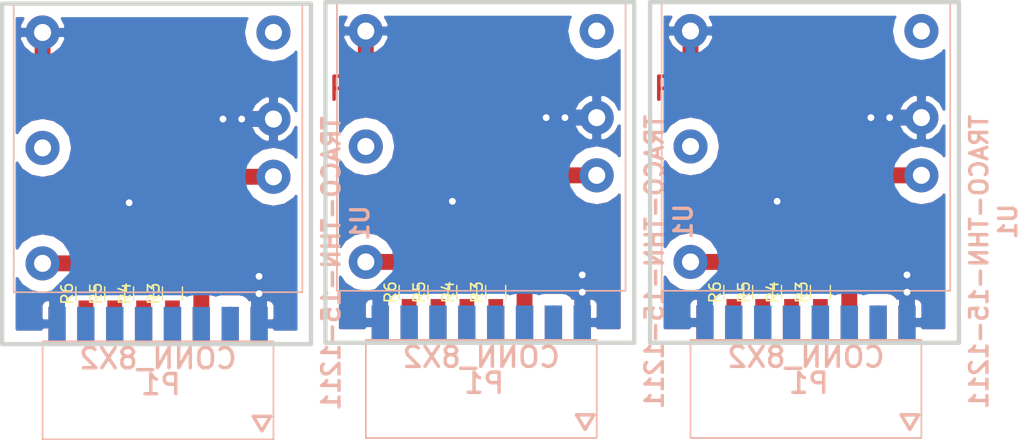
<source format=kicad_pcb>
(kicad_pcb (version 4) (host pcbnew 4.0.6)

  (general
    (links 79)
    (no_connects 22)
    (area 16.170839 6.64464 109.940161 203.43876)
    (thickness 1.6002)
    (drawings 29)
    (tracks 177)
    (zones 0)
    (modules 18)
    (nets 12)
  )

  (page A4)
  (title_block
    (title "Power Module")
    (date 2017-10-01)
    (rev "V 0.20")
    (company F4DEB)
  )

  (layers
    (0 Composant signal)
    (31 Cuivre signal)
    (32 B.Adhes user)
    (33 F.Adhes user)
    (34 B.Paste user)
    (35 F.Paste user)
    (36 B.SilkS user)
    (37 F.SilkS user)
    (38 B.Mask user)
    (39 F.Mask user)
    (40 Dwgs.User user)
    (41 Cmts.User user)
    (42 Eco1.User user)
    (43 Eco2.User user)
    (44 Edge.Cuts user)
  )

  (setup
    (last_trace_width 0.2032)
    (user_trace_width 0.29972)
    (user_trace_width 0.35052)
    (user_trace_width 0.39878)
    (user_trace_width 0.5)
    (user_trace_width 1.00076)
    (user_trace_width 1.4)
    (user_trace_width 1.99898)
    (user_trace_width 2.99974)
    (trace_clearance 0.20066)
    (zone_clearance 1)
    (zone_45_only no)
    (trace_min 0.2032)
    (segment_width 0.381)
    (edge_width 0.381)
    (via_size 1.30048)
    (via_drill 0.59944)
    (via_min_size 0.889)
    (via_min_drill 0.508)
    (user_via 1.30048 0.59944)
    (uvia_size 0.508)
    (uvia_drill 0.127)
    (uvias_allowed no)
    (uvia_min_size 0.508)
    (uvia_min_drill 0.127)
    (pcb_text_width 0.3048)
    (pcb_text_size 1.524 2.032)
    (mod_edge_width 0.381)
    (mod_text_size 1.524 1.524)
    (mod_text_width 0.3048)
    (pad_size 1.35 1.8)
    (pad_drill 0)
    (pad_to_mask_clearance 0.254)
    (aux_axis_origin 0 0)
    (visible_elements 7FFEFFFF)
    (pcbplotparams
      (layerselection 0x01030_80000001)
      (usegerberextensions false)
      (excludeedgelayer true)
      (linewidth 0.150000)
      (plotframeref true)
      (viasonmask false)
      (mode 1)
      (useauxorigin false)
      (hpglpennumber 1)
      (hpglpenspeed 20)
      (hpglpendiameter 15)
      (hpglpenoverlay 0)
      (psnegative false)
      (psa4output false)
      (plotreference true)
      (plotvalue true)
      (plotinvisibletext false)
      (padsonsilk false)
      (subtractmaskfromsilk false)
      (outputformat 5)
      (mirror false)
      (drillshape 0)
      (scaleselection 1)
      (outputdirectory ""))
  )

  (net 0 "")
  (net 1 GND)
  (net 2 +3V3)
  (net 3 +5VA)
  (net 4 +BATT)
  (net 5 +12V)
  (net 6 +5V)
  (net 7 "Net-(U1-Pad4)")
  (net 8 "Net-(P1-Pad3)")
  (net 9 "Net-(P1-Pad4)")
  (net 10 "Net-(R3-Pad2)")
  (net 11 "Net-(U1-Pad6)")

  (net_class Default "Ceci est la Netclass par défaut"
    (clearance 0.20066)
    (trace_width 0.2032)
    (via_dia 1.30048)
    (via_drill 0.59944)
    (uvia_dia 0.508)
    (uvia_drill 0.127)
    (add_net +12V)
    (add_net +3V3)
    (add_net +5V)
    (add_net +5VA)
    (add_net +BATT)
    (add_net GND)
    (add_net "Net-(P1-Pad3)")
    (add_net "Net-(P1-Pad4)")
    (add_net "Net-(R3-Pad2)")
    (add_net "Net-(U1-Pad4)")
    (add_net "Net-(U1-Pad6)")
  )

  (module f4deb-mod-library:HE10-16-F-2 (layer Cuivre) (tedit 59D14F67) (tstamp 5A3F58F0)
    (at 12.0015 44.3865)
    (descr "CONNECTEUR FEMELLE 2.54MM COUDE 16 VOIES")
    (tags "CONN HE10")
    (path /59C9573E)
    (fp_text reference P1 (at 9.144 5.334) (layer B.SilkS)
      (effects (font (size 1.778 1.778) (thickness 0.3048)) (justify mirror))
    )
    (fp_text value CONN_8X2 (at 8.89 3.048) (layer B.SilkS)
      (effects (font (size 1.778 1.778) (thickness 0.3048)) (justify mirror))
    )
    (fp_line (start -1.27 1.524) (end -1.27 10.16) (layer B.SilkS) (width 0.15))
    (fp_line (start -1.27 10.16) (end 19.05 10.16) (layer B.SilkS) (width 0.15))
    (fp_line (start 19.05 10.16) (end 19.05 1.524) (layer B.SilkS) (width 0.15))
    (fp_line (start -1.27 1.524) (end 19.05 1.524) (layer B.SilkS) (width 0.15))
    (fp_line (start 18.034 9.398) (end 18.796 8.128) (layer B.SilkS) (width 0.3048))
    (fp_line (start 18.796 8.128) (end 17.272 8.128) (layer B.SilkS) (width 0.3048))
    (fp_line (start 17.272 8.128) (end 18.034 9.398) (layer B.SilkS) (width 0.3048))
    (pad 1 smd rect (at 17.78 0) (size 1.524 3) (layers Cuivre B.Paste B.Mask)
      (net 1 GND))
    (pad 3 smd rect (at 15.24 0) (size 1.524 3) (layers Cuivre B.Paste B.Mask)
      (net 8 "Net-(P1-Pad3)"))
    (pad 5 smd rect (at 12.7 0) (size 1.524 3) (layers Cuivre B.Paste B.Mask)
      (net 4 +BATT))
    (pad 9 smd rect (at 7.62 0) (size 1.524 3) (layers Cuivre B.Paste B.Mask)
      (net 3 +5VA))
    (pad 11 smd rect (at 5.08 0) (size 1.524 3) (layers Cuivre B.Paste B.Mask)
      (net 6 +5V))
    (pad 7 smd rect (at 10.16 0) (size 1.524 3) (layers Cuivre B.Paste B.Mask)
      (net 5 +12V))
    (pad 13 smd rect (at 2.54 0) (size 1.524 3) (layers Cuivre B.Paste B.Mask)
      (net 2 +3V3))
    (pad 15 smd rect (at 0 0) (size 1.524 3) (layers Cuivre B.Paste B.Mask)
      (net 1 GND))
    (pad 16 smd rect (at 0 0) (size 1.524 3) (layers Composant B.Paste B.Mask)
      (net 1 GND))
    (pad 14 smd rect (at 2.54 0) (size 1.524 3) (layers Composant B.Paste B.Mask)
      (net 2 +3V3))
    (pad 12 smd rect (at 5.08 0) (size 1.524 3) (layers Composant B.Paste B.Mask)
      (net 6 +5V))
    (pad 10 smd rect (at 7.62 0) (size 1.524 3) (layers Composant B.Paste B.Mask)
      (net 3 +5VA))
    (pad 8 smd rect (at 10.16 0) (size 1.524 3) (layers Composant B.Paste B.Mask)
      (net 5 +12V))
    (pad 6 smd rect (at 12.7 0) (size 1.524 3) (layers Composant B.Paste B.Mask)
      (net 4 +BATT))
    (pad 4 smd rect (at 15.24 0) (size 1.524 3) (layers Composant B.Paste B.Mask)
      (net 9 "Net-(P1-Pad4)"))
    (pad 2 smd rect (at 17.78 0) (size 1.524 3) (layers Composant B.Paste B.Mask)
      (net 1 GND))
    (model pin_strip/pin_socket_8x2.wrl
      (at (xyz 0.35 0.05 -0.05))
      (scale (xyz 1 1 1))
      (rotate (xyz 90 0 0))
    )
  )

  (module Resistors_SMD:R_0805 (layer Composant) (tedit 58E0A804) (tstamp 5A3F58E0)
    (at 14.5415 41.7195 90)
    (descr "Resistor SMD 0805, reflow soldering, Vishay (see dcrcw.pdf)")
    (tags "resistor 0805")
    (path /59C95ADD)
    (attr smd)
    (fp_text reference R6 (at 0 -1.65 90) (layer F.SilkS)
      (effects (font (size 1 1) (thickness 0.15)))
    )
    (fp_text value 0 (at 0 1.75 90) (layer F.Fab)
      (effects (font (size 1 1) (thickness 0.15)))
    )
    (fp_text user %R (at 0 0 90) (layer F.Fab)
      (effects (font (size 0.5 0.5) (thickness 0.075)))
    )
    (fp_line (start -1 0.62) (end -1 -0.62) (layer F.Fab) (width 0.1))
    (fp_line (start 1 0.62) (end -1 0.62) (layer F.Fab) (width 0.1))
    (fp_line (start 1 -0.62) (end 1 0.62) (layer F.Fab) (width 0.1))
    (fp_line (start -1 -0.62) (end 1 -0.62) (layer F.Fab) (width 0.1))
    (fp_line (start 0.6 0.88) (end -0.6 0.88) (layer F.SilkS) (width 0.12))
    (fp_line (start -0.6 -0.88) (end 0.6 -0.88) (layer F.SilkS) (width 0.12))
    (fp_line (start -1.55 -0.9) (end 1.55 -0.9) (layer F.CrtYd) (width 0.05))
    (fp_line (start -1.55 -0.9) (end -1.55 0.9) (layer F.CrtYd) (width 0.05))
    (fp_line (start 1.55 0.9) (end 1.55 -0.9) (layer F.CrtYd) (width 0.05))
    (fp_line (start 1.55 0.9) (end -1.55 0.9) (layer F.CrtYd) (width 0.05))
    (pad 1 smd rect (at -0.95 0 90) (size 0.7 1.3) (layers Composant F.Paste F.Mask)
      (net 2 +3V3))
    (pad 2 smd rect (at 0.95 0 90) (size 0.7 1.3) (layers Composant F.Paste F.Mask)
      (net 10 "Net-(R3-Pad2)"))
    (model ${KISYS3DMOD}/Resistors_SMD.3dshapes/R_0805.wrl
      (at (xyz 0 0 0))
      (scale (xyz 1 1 1))
      (rotate (xyz 0 0 0))
    )
  )

  (module Resistors_SMD:R_0805 (layer Composant) (tedit 58E0A804) (tstamp 5A3F58D0)
    (at 17.0815 41.7195 90)
    (descr "Resistor SMD 0805, reflow soldering, Vishay (see dcrcw.pdf)")
    (tags "resistor 0805")
    (path /59C95ABA)
    (attr smd)
    (fp_text reference R5 (at 0 -1.65 90) (layer F.SilkS)
      (effects (font (size 1 1) (thickness 0.15)))
    )
    (fp_text value 0 (at 0 1.75 90) (layer F.Fab)
      (effects (font (size 1 1) (thickness 0.15)))
    )
    (fp_text user %R (at 0 0 90) (layer F.Fab)
      (effects (font (size 0.5 0.5) (thickness 0.075)))
    )
    (fp_line (start -1 0.62) (end -1 -0.62) (layer F.Fab) (width 0.1))
    (fp_line (start 1 0.62) (end -1 0.62) (layer F.Fab) (width 0.1))
    (fp_line (start 1 -0.62) (end 1 0.62) (layer F.Fab) (width 0.1))
    (fp_line (start -1 -0.62) (end 1 -0.62) (layer F.Fab) (width 0.1))
    (fp_line (start 0.6 0.88) (end -0.6 0.88) (layer F.SilkS) (width 0.12))
    (fp_line (start -0.6 -0.88) (end 0.6 -0.88) (layer F.SilkS) (width 0.12))
    (fp_line (start -1.55 -0.9) (end 1.55 -0.9) (layer F.CrtYd) (width 0.05))
    (fp_line (start -1.55 -0.9) (end -1.55 0.9) (layer F.CrtYd) (width 0.05))
    (fp_line (start 1.55 0.9) (end 1.55 -0.9) (layer F.CrtYd) (width 0.05))
    (fp_line (start 1.55 0.9) (end -1.55 0.9) (layer F.CrtYd) (width 0.05))
    (pad 1 smd rect (at -0.95 0 90) (size 0.7 1.3) (layers Composant F.Paste F.Mask)
      (net 6 +5V))
    (pad 2 smd rect (at 0.95 0 90) (size 0.7 1.3) (layers Composant F.Paste F.Mask)
      (net 10 "Net-(R3-Pad2)"))
    (model ${KISYS3DMOD}/Resistors_SMD.3dshapes/R_0805.wrl
      (at (xyz 0 0 0))
      (scale (xyz 1 1 1))
      (rotate (xyz 0 0 0))
    )
  )

  (module Resistors_SMD:R_0805 (layer Composant) (tedit 58E0A804) (tstamp 5A3F58C0)
    (at 19.6215 41.7195 90)
    (descr "Resistor SMD 0805, reflow soldering, Vishay (see dcrcw.pdf)")
    (tags "resistor 0805")
    (path /59C95A65)
    (attr smd)
    (fp_text reference R4 (at 0 -1.65 90) (layer F.SilkS)
      (effects (font (size 1 1) (thickness 0.15)))
    )
    (fp_text value 0 (at 0 1.75 90) (layer F.Fab)
      (effects (font (size 1 1) (thickness 0.15)))
    )
    (fp_text user %R (at 0 0 90) (layer F.Fab)
      (effects (font (size 0.5 0.5) (thickness 0.075)))
    )
    (fp_line (start -1 0.62) (end -1 -0.62) (layer F.Fab) (width 0.1))
    (fp_line (start 1 0.62) (end -1 0.62) (layer F.Fab) (width 0.1))
    (fp_line (start 1 -0.62) (end 1 0.62) (layer F.Fab) (width 0.1))
    (fp_line (start -1 -0.62) (end 1 -0.62) (layer F.Fab) (width 0.1))
    (fp_line (start 0.6 0.88) (end -0.6 0.88) (layer F.SilkS) (width 0.12))
    (fp_line (start -0.6 -0.88) (end 0.6 -0.88) (layer F.SilkS) (width 0.12))
    (fp_line (start -1.55 -0.9) (end 1.55 -0.9) (layer F.CrtYd) (width 0.05))
    (fp_line (start -1.55 -0.9) (end -1.55 0.9) (layer F.CrtYd) (width 0.05))
    (fp_line (start 1.55 0.9) (end 1.55 -0.9) (layer F.CrtYd) (width 0.05))
    (fp_line (start 1.55 0.9) (end -1.55 0.9) (layer F.CrtYd) (width 0.05))
    (pad 1 smd rect (at -0.95 0 90) (size 0.7 1.3) (layers Composant F.Paste F.Mask)
      (net 3 +5VA))
    (pad 2 smd rect (at 0.95 0 90) (size 0.7 1.3) (layers Composant F.Paste F.Mask)
      (net 10 "Net-(R3-Pad2)"))
    (model ${KISYS3DMOD}/Resistors_SMD.3dshapes/R_0805.wrl
      (at (xyz 0 0 0))
      (scale (xyz 1 1 1))
      (rotate (xyz 0 0 0))
    )
  )

  (module Resistors_SMD:R_0805 (layer Composant) (tedit 58E0A804) (tstamp 5A3F58B0)
    (at 22.1615 41.7195 90)
    (descr "Resistor SMD 0805, reflow soldering, Vishay (see dcrcw.pdf)")
    (tags "resistor 0805")
    (path /59C95904)
    (attr smd)
    (fp_text reference R3 (at 0 -1.65 90) (layer F.SilkS)
      (effects (font (size 1 1) (thickness 0.15)))
    )
    (fp_text value 0 (at 0 1.75 90) (layer F.Fab)
      (effects (font (size 1 1) (thickness 0.15)))
    )
    (fp_text user %R (at 0 0 90) (layer F.Fab)
      (effects (font (size 0.5 0.5) (thickness 0.075)))
    )
    (fp_line (start -1 0.62) (end -1 -0.62) (layer F.Fab) (width 0.1))
    (fp_line (start 1 0.62) (end -1 0.62) (layer F.Fab) (width 0.1))
    (fp_line (start 1 -0.62) (end 1 0.62) (layer F.Fab) (width 0.1))
    (fp_line (start -1 -0.62) (end 1 -0.62) (layer F.Fab) (width 0.1))
    (fp_line (start 0.6 0.88) (end -0.6 0.88) (layer F.SilkS) (width 0.12))
    (fp_line (start -0.6 -0.88) (end 0.6 -0.88) (layer F.SilkS) (width 0.12))
    (fp_line (start -1.55 -0.9) (end 1.55 -0.9) (layer F.CrtYd) (width 0.05))
    (fp_line (start -1.55 -0.9) (end -1.55 0.9) (layer F.CrtYd) (width 0.05))
    (fp_line (start 1.55 0.9) (end 1.55 -0.9) (layer F.CrtYd) (width 0.05))
    (fp_line (start 1.55 0.9) (end -1.55 0.9) (layer F.CrtYd) (width 0.05))
    (pad 1 smd rect (at -0.95 0 90) (size 0.7 1.3) (layers Composant F.Paste F.Mask)
      (net 5 +12V))
    (pad 2 smd rect (at 0.95 0 90) (size 0.7 1.3) (layers Composant F.Paste F.Mask)
      (net 10 "Net-(R3-Pad2)"))
    (model ${KISYS3DMOD}/Resistors_SMD.3dshapes/R_0805.wrl
      (at (xyz 0 0 0))
      (scale (xyz 1 1 1))
      (rotate (xyz 0 0 0))
    )
  )

  (module f4deb-mod-library:TRACO-THN (layer Cuivre) (tedit 5A319695) (tstamp 5A3F58A3)
    (at 31.0515 18.7325 90)
    (path /59C2FDE6)
    (fp_text reference U1 (at -16.764 7.62 90) (layer B.SilkS)
      (effects (font (thickness 0.3048)) (justify mirror))
    )
    (fp_text value TRACO-THN-15-1211 (at -20.32 5.08 90) (layer B.SilkS)
      (effects (font (thickness 0.3048)) (justify mirror))
    )
    (fp_line (start -22.86 2.54) (end 2.54 2.54) (layer B.SilkS) (width 0.15))
    (fp_line (start 2.54 2.54) (end 2.54 -22.86) (layer B.SilkS) (width 0.15))
    (fp_line (start 2.54 -22.86) (end -22.86 -22.86) (layer B.SilkS) (width 0.15))
    (fp_line (start -22.86 -22.86) (end -22.86 2.54) (layer B.SilkS) (width 0.15))
    (pad 6 thru_hole oval (at 0 0 90) (size 3 3) (drill 1.5) (layers *.Cu)
      (net 11 "Net-(U1-Pad6)"))
    (pad 2 thru_hole oval (at -7.62 0 90) (size 3 3) (drill 1.5) (layers *.Cu)
      (net 1 GND))
    (pad 1 thru_hole oval (at -12.7 0 90) (size 3 3) (drill 1.5) (layers *.Cu)
      (net 4 +BATT))
    (pad 4 thru_hole oval (at -10.16 -20.32 90) (size 3 3) (drill 1.5) (layers *.Cu)
      (net 7 "Net-(U1-Pad4)"))
    (pad 5 thru_hole oval (at 0 -20.32 90) (size 3 3) (drill 1.5) (layers *.Cu)
      (net 1 GND))
    (pad 3 thru_hole oval (at -20.32 -20.32 90) (size 3 3) (drill 1.5) (layers *.Cu)
      (net 10 "Net-(R3-Pad2)"))
  )

  (module f4deb-mod-library:TRACO-THN (layer Cuivre) (tedit 5A319695) (tstamp 5A3F5896)
    (at 59.4995 18.6055 90)
    (path /59C2FDE6)
    (fp_text reference U1 (at -16.764 7.62 90) (layer B.SilkS)
      (effects (font (thickness 0.3048)) (justify mirror))
    )
    (fp_text value TRACO-THN-15-1211 (at -20.32 5.08 90) (layer B.SilkS)
      (effects (font (thickness 0.3048)) (justify mirror))
    )
    (fp_line (start -22.86 2.54) (end 2.54 2.54) (layer B.SilkS) (width 0.15))
    (fp_line (start 2.54 2.54) (end 2.54 -22.86) (layer B.SilkS) (width 0.15))
    (fp_line (start 2.54 -22.86) (end -22.86 -22.86) (layer B.SilkS) (width 0.15))
    (fp_line (start -22.86 -22.86) (end -22.86 2.54) (layer B.SilkS) (width 0.15))
    (pad 6 thru_hole oval (at 0 0 90) (size 3 3) (drill 1.5) (layers *.Cu)
      (net 11 "Net-(U1-Pad6)"))
    (pad 2 thru_hole oval (at -7.62 0 90) (size 3 3) (drill 1.5) (layers *.Cu)
      (net 1 GND))
    (pad 1 thru_hole oval (at -12.7 0 90) (size 3 3) (drill 1.5) (layers *.Cu)
      (net 4 +BATT))
    (pad 4 thru_hole oval (at -10.16 -20.32 90) (size 3 3) (drill 1.5) (layers *.Cu)
      (net 7 "Net-(U1-Pad4)"))
    (pad 5 thru_hole oval (at 0 -20.32 90) (size 3 3) (drill 1.5) (layers *.Cu)
      (net 1 GND))
    (pad 3 thru_hole oval (at -20.32 -20.32 90) (size 3 3) (drill 1.5) (layers *.Cu)
      (net 10 "Net-(R3-Pad2)"))
  )

  (module Resistors_SMD:R_0805 (layer Composant) (tedit 58E0A804) (tstamp 5A3F5886)
    (at 50.6095 41.5925 90)
    (descr "Resistor SMD 0805, reflow soldering, Vishay (see dcrcw.pdf)")
    (tags "resistor 0805")
    (path /59C95904)
    (attr smd)
    (fp_text reference R3 (at 0 -1.65 90) (layer F.SilkS)
      (effects (font (size 1 1) (thickness 0.15)))
    )
    (fp_text value 0 (at 0 1.75 90) (layer F.Fab)
      (effects (font (size 1 1) (thickness 0.15)))
    )
    (fp_text user %R (at 0 0 90) (layer F.Fab)
      (effects (font (size 0.5 0.5) (thickness 0.075)))
    )
    (fp_line (start -1 0.62) (end -1 -0.62) (layer F.Fab) (width 0.1))
    (fp_line (start 1 0.62) (end -1 0.62) (layer F.Fab) (width 0.1))
    (fp_line (start 1 -0.62) (end 1 0.62) (layer F.Fab) (width 0.1))
    (fp_line (start -1 -0.62) (end 1 -0.62) (layer F.Fab) (width 0.1))
    (fp_line (start 0.6 0.88) (end -0.6 0.88) (layer F.SilkS) (width 0.12))
    (fp_line (start -0.6 -0.88) (end 0.6 -0.88) (layer F.SilkS) (width 0.12))
    (fp_line (start -1.55 -0.9) (end 1.55 -0.9) (layer F.CrtYd) (width 0.05))
    (fp_line (start -1.55 -0.9) (end -1.55 0.9) (layer F.CrtYd) (width 0.05))
    (fp_line (start 1.55 0.9) (end 1.55 -0.9) (layer F.CrtYd) (width 0.05))
    (fp_line (start 1.55 0.9) (end -1.55 0.9) (layer F.CrtYd) (width 0.05))
    (pad 1 smd rect (at -0.95 0 90) (size 0.7 1.3) (layers Composant F.Paste F.Mask)
      (net 5 +12V))
    (pad 2 smd rect (at 0.95 0 90) (size 0.7 1.3) (layers Composant F.Paste F.Mask)
      (net 10 "Net-(R3-Pad2)"))
    (model ${KISYS3DMOD}/Resistors_SMD.3dshapes/R_0805.wrl
      (at (xyz 0 0 0))
      (scale (xyz 1 1 1))
      (rotate (xyz 0 0 0))
    )
  )

  (module Resistors_SMD:R_0805 (layer Composant) (tedit 58E0A804) (tstamp 5A3F5876)
    (at 48.0695 41.5925 90)
    (descr "Resistor SMD 0805, reflow soldering, Vishay (see dcrcw.pdf)")
    (tags "resistor 0805")
    (path /59C95A65)
    (attr smd)
    (fp_text reference R4 (at 0 -1.65 90) (layer F.SilkS)
      (effects (font (size 1 1) (thickness 0.15)))
    )
    (fp_text value 0 (at 0 1.75 90) (layer F.Fab)
      (effects (font (size 1 1) (thickness 0.15)))
    )
    (fp_text user %R (at 0 0 90) (layer F.Fab)
      (effects (font (size 0.5 0.5) (thickness 0.075)))
    )
    (fp_line (start -1 0.62) (end -1 -0.62) (layer F.Fab) (width 0.1))
    (fp_line (start 1 0.62) (end -1 0.62) (layer F.Fab) (width 0.1))
    (fp_line (start 1 -0.62) (end 1 0.62) (layer F.Fab) (width 0.1))
    (fp_line (start -1 -0.62) (end 1 -0.62) (layer F.Fab) (width 0.1))
    (fp_line (start 0.6 0.88) (end -0.6 0.88) (layer F.SilkS) (width 0.12))
    (fp_line (start -0.6 -0.88) (end 0.6 -0.88) (layer F.SilkS) (width 0.12))
    (fp_line (start -1.55 -0.9) (end 1.55 -0.9) (layer F.CrtYd) (width 0.05))
    (fp_line (start -1.55 -0.9) (end -1.55 0.9) (layer F.CrtYd) (width 0.05))
    (fp_line (start 1.55 0.9) (end 1.55 -0.9) (layer F.CrtYd) (width 0.05))
    (fp_line (start 1.55 0.9) (end -1.55 0.9) (layer F.CrtYd) (width 0.05))
    (pad 1 smd rect (at -0.95 0 90) (size 0.7 1.3) (layers Composant F.Paste F.Mask)
      (net 3 +5VA))
    (pad 2 smd rect (at 0.95 0 90) (size 0.7 1.3) (layers Composant F.Paste F.Mask)
      (net 10 "Net-(R3-Pad2)"))
    (model ${KISYS3DMOD}/Resistors_SMD.3dshapes/R_0805.wrl
      (at (xyz 0 0 0))
      (scale (xyz 1 1 1))
      (rotate (xyz 0 0 0))
    )
  )

  (module Resistors_SMD:R_0805 (layer Composant) (tedit 58E0A804) (tstamp 5A3F5866)
    (at 45.5295 41.5925 90)
    (descr "Resistor SMD 0805, reflow soldering, Vishay (see dcrcw.pdf)")
    (tags "resistor 0805")
    (path /59C95ABA)
    (attr smd)
    (fp_text reference R5 (at 0 -1.65 90) (layer F.SilkS)
      (effects (font (size 1 1) (thickness 0.15)))
    )
    (fp_text value 0 (at 0 1.75 90) (layer F.Fab)
      (effects (font (size 1 1) (thickness 0.15)))
    )
    (fp_text user %R (at 0 0 90) (layer F.Fab)
      (effects (font (size 0.5 0.5) (thickness 0.075)))
    )
    (fp_line (start -1 0.62) (end -1 -0.62) (layer F.Fab) (width 0.1))
    (fp_line (start 1 0.62) (end -1 0.62) (layer F.Fab) (width 0.1))
    (fp_line (start 1 -0.62) (end 1 0.62) (layer F.Fab) (width 0.1))
    (fp_line (start -1 -0.62) (end 1 -0.62) (layer F.Fab) (width 0.1))
    (fp_line (start 0.6 0.88) (end -0.6 0.88) (layer F.SilkS) (width 0.12))
    (fp_line (start -0.6 -0.88) (end 0.6 -0.88) (layer F.SilkS) (width 0.12))
    (fp_line (start -1.55 -0.9) (end 1.55 -0.9) (layer F.CrtYd) (width 0.05))
    (fp_line (start -1.55 -0.9) (end -1.55 0.9) (layer F.CrtYd) (width 0.05))
    (fp_line (start 1.55 0.9) (end 1.55 -0.9) (layer F.CrtYd) (width 0.05))
    (fp_line (start 1.55 0.9) (end -1.55 0.9) (layer F.CrtYd) (width 0.05))
    (pad 1 smd rect (at -0.95 0 90) (size 0.7 1.3) (layers Composant F.Paste F.Mask)
      (net 6 +5V))
    (pad 2 smd rect (at 0.95 0 90) (size 0.7 1.3) (layers Composant F.Paste F.Mask)
      (net 10 "Net-(R3-Pad2)"))
    (model ${KISYS3DMOD}/Resistors_SMD.3dshapes/R_0805.wrl
      (at (xyz 0 0 0))
      (scale (xyz 1 1 1))
      (rotate (xyz 0 0 0))
    )
  )

  (module Resistors_SMD:R_0805 (layer Composant) (tedit 58E0A804) (tstamp 5A3F5856)
    (at 42.9895 41.5925 90)
    (descr "Resistor SMD 0805, reflow soldering, Vishay (see dcrcw.pdf)")
    (tags "resistor 0805")
    (path /59C95ADD)
    (attr smd)
    (fp_text reference R6 (at 0 -1.65 90) (layer F.SilkS)
      (effects (font (size 1 1) (thickness 0.15)))
    )
    (fp_text value 0 (at 0 1.75 90) (layer F.Fab)
      (effects (font (size 1 1) (thickness 0.15)))
    )
    (fp_text user %R (at 0 0 90) (layer F.Fab)
      (effects (font (size 0.5 0.5) (thickness 0.075)))
    )
    (fp_line (start -1 0.62) (end -1 -0.62) (layer F.Fab) (width 0.1))
    (fp_line (start 1 0.62) (end -1 0.62) (layer F.Fab) (width 0.1))
    (fp_line (start 1 -0.62) (end 1 0.62) (layer F.Fab) (width 0.1))
    (fp_line (start -1 -0.62) (end 1 -0.62) (layer F.Fab) (width 0.1))
    (fp_line (start 0.6 0.88) (end -0.6 0.88) (layer F.SilkS) (width 0.12))
    (fp_line (start -0.6 -0.88) (end 0.6 -0.88) (layer F.SilkS) (width 0.12))
    (fp_line (start -1.55 -0.9) (end 1.55 -0.9) (layer F.CrtYd) (width 0.05))
    (fp_line (start -1.55 -0.9) (end -1.55 0.9) (layer F.CrtYd) (width 0.05))
    (fp_line (start 1.55 0.9) (end 1.55 -0.9) (layer F.CrtYd) (width 0.05))
    (fp_line (start 1.55 0.9) (end -1.55 0.9) (layer F.CrtYd) (width 0.05))
    (pad 1 smd rect (at -0.95 0 90) (size 0.7 1.3) (layers Composant F.Paste F.Mask)
      (net 2 +3V3))
    (pad 2 smd rect (at 0.95 0 90) (size 0.7 1.3) (layers Composant F.Paste F.Mask)
      (net 10 "Net-(R3-Pad2)"))
    (model ${KISYS3DMOD}/Resistors_SMD.3dshapes/R_0805.wrl
      (at (xyz 0 0 0))
      (scale (xyz 1 1 1))
      (rotate (xyz 0 0 0))
    )
  )

  (module f4deb-mod-library:HE10-16-F-2 (layer Cuivre) (tedit 59D14F67) (tstamp 5A3F583C)
    (at 40.4495 44.2595)
    (descr "CONNECTEUR FEMELLE 2.54MM COUDE 16 VOIES")
    (tags "CONN HE10")
    (path /59C9573E)
    (fp_text reference P1 (at 9.144 5.334) (layer B.SilkS)
      (effects (font (size 1.778 1.778) (thickness 0.3048)) (justify mirror))
    )
    (fp_text value CONN_8X2 (at 8.89 3.048) (layer B.SilkS)
      (effects (font (size 1.778 1.778) (thickness 0.3048)) (justify mirror))
    )
    (fp_line (start -1.27 1.524) (end -1.27 10.16) (layer B.SilkS) (width 0.15))
    (fp_line (start -1.27 10.16) (end 19.05 10.16) (layer B.SilkS) (width 0.15))
    (fp_line (start 19.05 10.16) (end 19.05 1.524) (layer B.SilkS) (width 0.15))
    (fp_line (start -1.27 1.524) (end 19.05 1.524) (layer B.SilkS) (width 0.15))
    (fp_line (start 18.034 9.398) (end 18.796 8.128) (layer B.SilkS) (width 0.3048))
    (fp_line (start 18.796 8.128) (end 17.272 8.128) (layer B.SilkS) (width 0.3048))
    (fp_line (start 17.272 8.128) (end 18.034 9.398) (layer B.SilkS) (width 0.3048))
    (pad 1 smd rect (at 17.78 0) (size 1.524 3) (layers Cuivre B.Paste B.Mask)
      (net 1 GND))
    (pad 3 smd rect (at 15.24 0) (size 1.524 3) (layers Cuivre B.Paste B.Mask)
      (net 8 "Net-(P1-Pad3)"))
    (pad 5 smd rect (at 12.7 0) (size 1.524 3) (layers Cuivre B.Paste B.Mask)
      (net 4 +BATT))
    (pad 9 smd rect (at 7.62 0) (size 1.524 3) (layers Cuivre B.Paste B.Mask)
      (net 3 +5VA))
    (pad 11 smd rect (at 5.08 0) (size 1.524 3) (layers Cuivre B.Paste B.Mask)
      (net 6 +5V))
    (pad 7 smd rect (at 10.16 0) (size 1.524 3) (layers Cuivre B.Paste B.Mask)
      (net 5 +12V))
    (pad 13 smd rect (at 2.54 0) (size 1.524 3) (layers Cuivre B.Paste B.Mask)
      (net 2 +3V3))
    (pad 15 smd rect (at 0 0) (size 1.524 3) (layers Cuivre B.Paste B.Mask)
      (net 1 GND))
    (pad 16 smd rect (at 0 0) (size 1.524 3) (layers Composant B.Paste B.Mask)
      (net 1 GND))
    (pad 14 smd rect (at 2.54 0) (size 1.524 3) (layers Composant B.Paste B.Mask)
      (net 2 +3V3))
    (pad 12 smd rect (at 5.08 0) (size 1.524 3) (layers Composant B.Paste B.Mask)
      (net 6 +5V))
    (pad 10 smd rect (at 7.62 0) (size 1.524 3) (layers Composant B.Paste B.Mask)
      (net 3 +5VA))
    (pad 8 smd rect (at 10.16 0) (size 1.524 3) (layers Composant B.Paste B.Mask)
      (net 5 +12V))
    (pad 6 smd rect (at 12.7 0) (size 1.524 3) (layers Composant B.Paste B.Mask)
      (net 4 +BATT))
    (pad 4 smd rect (at 15.24 0) (size 1.524 3) (layers Composant B.Paste B.Mask)
      (net 9 "Net-(P1-Pad4)"))
    (pad 2 smd rect (at 17.78 0) (size 1.524 3) (layers Composant B.Paste B.Mask)
      (net 1 GND))
    (model pin_strip/pin_socket_8x2.wrl
      (at (xyz 0.35 0.05 -0.05))
      (scale (xyz 1 1 1))
      (rotate (xyz 90 0 0))
    )
  )

  (module f4deb-mod-library:HE10-16-F-2 (layer Cuivre) (tedit 59D14F67) (tstamp 5A3F5822)
    (at 69.0245 44.2595)
    (descr "CONNECTEUR FEMELLE 2.54MM COUDE 16 VOIES")
    (tags "CONN HE10")
    (path /59C9573E)
    (fp_text reference P1 (at 9.144 5.334) (layer B.SilkS)
      (effects (font (size 1.778 1.778) (thickness 0.3048)) (justify mirror))
    )
    (fp_text value CONN_8X2 (at 8.89 3.048) (layer B.SilkS)
      (effects (font (size 1.778 1.778) (thickness 0.3048)) (justify mirror))
    )
    (fp_line (start -1.27 1.524) (end -1.27 10.16) (layer B.SilkS) (width 0.15))
    (fp_line (start -1.27 10.16) (end 19.05 10.16) (layer B.SilkS) (width 0.15))
    (fp_line (start 19.05 10.16) (end 19.05 1.524) (layer B.SilkS) (width 0.15))
    (fp_line (start -1.27 1.524) (end 19.05 1.524) (layer B.SilkS) (width 0.15))
    (fp_line (start 18.034 9.398) (end 18.796 8.128) (layer B.SilkS) (width 0.3048))
    (fp_line (start 18.796 8.128) (end 17.272 8.128) (layer B.SilkS) (width 0.3048))
    (fp_line (start 17.272 8.128) (end 18.034 9.398) (layer B.SilkS) (width 0.3048))
    (pad 1 smd rect (at 17.78 0) (size 1.524 3) (layers Cuivre B.Paste B.Mask)
      (net 1 GND))
    (pad 3 smd rect (at 15.24 0) (size 1.524 3) (layers Cuivre B.Paste B.Mask)
      (net 8 "Net-(P1-Pad3)"))
    (pad 5 smd rect (at 12.7 0) (size 1.524 3) (layers Cuivre B.Paste B.Mask)
      (net 4 +BATT))
    (pad 9 smd rect (at 7.62 0) (size 1.524 3) (layers Cuivre B.Paste B.Mask)
      (net 3 +5VA))
    (pad 11 smd rect (at 5.08 0) (size 1.524 3) (layers Cuivre B.Paste B.Mask)
      (net 6 +5V))
    (pad 7 smd rect (at 10.16 0) (size 1.524 3) (layers Cuivre B.Paste B.Mask)
      (net 5 +12V))
    (pad 13 smd rect (at 2.54 0) (size 1.524 3) (layers Cuivre B.Paste B.Mask)
      (net 2 +3V3))
    (pad 15 smd rect (at 0 0) (size 1.524 3) (layers Cuivre B.Paste B.Mask)
      (net 1 GND))
    (pad 16 smd rect (at 0 0) (size 1.524 3) (layers Composant B.Paste B.Mask)
      (net 1 GND))
    (pad 14 smd rect (at 2.54 0) (size 1.524 3) (layers Composant B.Paste B.Mask)
      (net 2 +3V3))
    (pad 12 smd rect (at 5.08 0) (size 1.524 3) (layers Composant B.Paste B.Mask)
      (net 6 +5V))
    (pad 10 smd rect (at 7.62 0) (size 1.524 3) (layers Composant B.Paste B.Mask)
      (net 3 +5VA))
    (pad 8 smd rect (at 10.16 0) (size 1.524 3) (layers Composant B.Paste B.Mask)
      (net 5 +12V))
    (pad 6 smd rect (at 12.7 0) (size 1.524 3) (layers Composant B.Paste B.Mask)
      (net 4 +BATT))
    (pad 4 smd rect (at 15.24 0) (size 1.524 3) (layers Composant B.Paste B.Mask)
      (net 9 "Net-(P1-Pad4)"))
    (pad 2 smd rect (at 17.78 0) (size 1.524 3) (layers Composant B.Paste B.Mask)
      (net 1 GND))
    (model pin_strip/pin_socket_8x2.wrl
      (at (xyz 0.35 0.05 -0.05))
      (scale (xyz 1 1 1))
      (rotate (xyz 90 0 0))
    )
  )

  (module Resistors_SMD:R_0805 (layer Composant) (tedit 58E0A804) (tstamp 5A3F5812)
    (at 71.5645 41.5925 90)
    (descr "Resistor SMD 0805, reflow soldering, Vishay (see dcrcw.pdf)")
    (tags "resistor 0805")
    (path /59C95ADD)
    (attr smd)
    (fp_text reference R6 (at 0 -1.65 90) (layer F.SilkS)
      (effects (font (size 1 1) (thickness 0.15)))
    )
    (fp_text value 0 (at 0 1.75 90) (layer F.Fab)
      (effects (font (size 1 1) (thickness 0.15)))
    )
    (fp_text user %R (at 0 0 90) (layer F.Fab)
      (effects (font (size 0.5 0.5) (thickness 0.075)))
    )
    (fp_line (start -1 0.62) (end -1 -0.62) (layer F.Fab) (width 0.1))
    (fp_line (start 1 0.62) (end -1 0.62) (layer F.Fab) (width 0.1))
    (fp_line (start 1 -0.62) (end 1 0.62) (layer F.Fab) (width 0.1))
    (fp_line (start -1 -0.62) (end 1 -0.62) (layer F.Fab) (width 0.1))
    (fp_line (start 0.6 0.88) (end -0.6 0.88) (layer F.SilkS) (width 0.12))
    (fp_line (start -0.6 -0.88) (end 0.6 -0.88) (layer F.SilkS) (width 0.12))
    (fp_line (start -1.55 -0.9) (end 1.55 -0.9) (layer F.CrtYd) (width 0.05))
    (fp_line (start -1.55 -0.9) (end -1.55 0.9) (layer F.CrtYd) (width 0.05))
    (fp_line (start 1.55 0.9) (end 1.55 -0.9) (layer F.CrtYd) (width 0.05))
    (fp_line (start 1.55 0.9) (end -1.55 0.9) (layer F.CrtYd) (width 0.05))
    (pad 1 smd rect (at -0.95 0 90) (size 0.7 1.3) (layers Composant F.Paste F.Mask)
      (net 2 +3V3))
    (pad 2 smd rect (at 0.95 0 90) (size 0.7 1.3) (layers Composant F.Paste F.Mask)
      (net 10 "Net-(R3-Pad2)"))
    (model ${KISYS3DMOD}/Resistors_SMD.3dshapes/R_0805.wrl
      (at (xyz 0 0 0))
      (scale (xyz 1 1 1))
      (rotate (xyz 0 0 0))
    )
  )

  (module Resistors_SMD:R_0805 (layer Composant) (tedit 58E0A804) (tstamp 5A3F5802)
    (at 74.1045 41.5925 90)
    (descr "Resistor SMD 0805, reflow soldering, Vishay (see dcrcw.pdf)")
    (tags "resistor 0805")
    (path /59C95ABA)
    (attr smd)
    (fp_text reference R5 (at 0 -1.65 90) (layer F.SilkS)
      (effects (font (size 1 1) (thickness 0.15)))
    )
    (fp_text value 0 (at 0 1.75 90) (layer F.Fab)
      (effects (font (size 1 1) (thickness 0.15)))
    )
    (fp_text user %R (at 0 0 90) (layer F.Fab)
      (effects (font (size 0.5 0.5) (thickness 0.075)))
    )
    (fp_line (start -1 0.62) (end -1 -0.62) (layer F.Fab) (width 0.1))
    (fp_line (start 1 0.62) (end -1 0.62) (layer F.Fab) (width 0.1))
    (fp_line (start 1 -0.62) (end 1 0.62) (layer F.Fab) (width 0.1))
    (fp_line (start -1 -0.62) (end 1 -0.62) (layer F.Fab) (width 0.1))
    (fp_line (start 0.6 0.88) (end -0.6 0.88) (layer F.SilkS) (width 0.12))
    (fp_line (start -0.6 -0.88) (end 0.6 -0.88) (layer F.SilkS) (width 0.12))
    (fp_line (start -1.55 -0.9) (end 1.55 -0.9) (layer F.CrtYd) (width 0.05))
    (fp_line (start -1.55 -0.9) (end -1.55 0.9) (layer F.CrtYd) (width 0.05))
    (fp_line (start 1.55 0.9) (end 1.55 -0.9) (layer F.CrtYd) (width 0.05))
    (fp_line (start 1.55 0.9) (end -1.55 0.9) (layer F.CrtYd) (width 0.05))
    (pad 1 smd rect (at -0.95 0 90) (size 0.7 1.3) (layers Composant F.Paste F.Mask)
      (net 6 +5V))
    (pad 2 smd rect (at 0.95 0 90) (size 0.7 1.3) (layers Composant F.Paste F.Mask)
      (net 10 "Net-(R3-Pad2)"))
    (model ${KISYS3DMOD}/Resistors_SMD.3dshapes/R_0805.wrl
      (at (xyz 0 0 0))
      (scale (xyz 1 1 1))
      (rotate (xyz 0 0 0))
    )
  )

  (module Resistors_SMD:R_0805 (layer Composant) (tedit 58E0A804) (tstamp 5A3F57F2)
    (at 76.6445 41.5925 90)
    (descr "Resistor SMD 0805, reflow soldering, Vishay (see dcrcw.pdf)")
    (tags "resistor 0805")
    (path /59C95A65)
    (attr smd)
    (fp_text reference R4 (at 0 -1.65 90) (layer F.SilkS)
      (effects (font (size 1 1) (thickness 0.15)))
    )
    (fp_text value 0 (at 0 1.75 90) (layer F.Fab)
      (effects (font (size 1 1) (thickness 0.15)))
    )
    (fp_text user %R (at 0 0 90) (layer F.Fab)
      (effects (font (size 0.5 0.5) (thickness 0.075)))
    )
    (fp_line (start -1 0.62) (end -1 -0.62) (layer F.Fab) (width 0.1))
    (fp_line (start 1 0.62) (end -1 0.62) (layer F.Fab) (width 0.1))
    (fp_line (start 1 -0.62) (end 1 0.62) (layer F.Fab) (width 0.1))
    (fp_line (start -1 -0.62) (end 1 -0.62) (layer F.Fab) (width 0.1))
    (fp_line (start 0.6 0.88) (end -0.6 0.88) (layer F.SilkS) (width 0.12))
    (fp_line (start -0.6 -0.88) (end 0.6 -0.88) (layer F.SilkS) (width 0.12))
    (fp_line (start -1.55 -0.9) (end 1.55 -0.9) (layer F.CrtYd) (width 0.05))
    (fp_line (start -1.55 -0.9) (end -1.55 0.9) (layer F.CrtYd) (width 0.05))
    (fp_line (start 1.55 0.9) (end 1.55 -0.9) (layer F.CrtYd) (width 0.05))
    (fp_line (start 1.55 0.9) (end -1.55 0.9) (layer F.CrtYd) (width 0.05))
    (pad 1 smd rect (at -0.95 0 90) (size 0.7 1.3) (layers Composant F.Paste F.Mask)
      (net 3 +5VA))
    (pad 2 smd rect (at 0.95 0 90) (size 0.7 1.3) (layers Composant F.Paste F.Mask)
      (net 10 "Net-(R3-Pad2)"))
    (model ${KISYS3DMOD}/Resistors_SMD.3dshapes/R_0805.wrl
      (at (xyz 0 0 0))
      (scale (xyz 1 1 1))
      (rotate (xyz 0 0 0))
    )
  )

  (module Resistors_SMD:R_0805 (layer Composant) (tedit 58E0A804) (tstamp 5A3F57E2)
    (at 79.1845 41.5925 90)
    (descr "Resistor SMD 0805, reflow soldering, Vishay (see dcrcw.pdf)")
    (tags "resistor 0805")
    (path /59C95904)
    (attr smd)
    (fp_text reference R3 (at 0 -1.65 90) (layer F.SilkS)
      (effects (font (size 1 1) (thickness 0.15)))
    )
    (fp_text value 0 (at 0 1.75 90) (layer F.Fab)
      (effects (font (size 1 1) (thickness 0.15)))
    )
    (fp_text user %R (at 0 0 90) (layer F.Fab)
      (effects (font (size 0.5 0.5) (thickness 0.075)))
    )
    (fp_line (start -1 0.62) (end -1 -0.62) (layer F.Fab) (width 0.1))
    (fp_line (start 1 0.62) (end -1 0.62) (layer F.Fab) (width 0.1))
    (fp_line (start 1 -0.62) (end 1 0.62) (layer F.Fab) (width 0.1))
    (fp_line (start -1 -0.62) (end 1 -0.62) (layer F.Fab) (width 0.1))
    (fp_line (start 0.6 0.88) (end -0.6 0.88) (layer F.SilkS) (width 0.12))
    (fp_line (start -0.6 -0.88) (end 0.6 -0.88) (layer F.SilkS) (width 0.12))
    (fp_line (start -1.55 -0.9) (end 1.55 -0.9) (layer F.CrtYd) (width 0.05))
    (fp_line (start -1.55 -0.9) (end -1.55 0.9) (layer F.CrtYd) (width 0.05))
    (fp_line (start 1.55 0.9) (end 1.55 -0.9) (layer F.CrtYd) (width 0.05))
    (fp_line (start 1.55 0.9) (end -1.55 0.9) (layer F.CrtYd) (width 0.05))
    (pad 1 smd rect (at -0.95 0 90) (size 0.7 1.3) (layers Composant F.Paste F.Mask)
      (net 5 +12V))
    (pad 2 smd rect (at 0.95 0 90) (size 0.7 1.3) (layers Composant F.Paste F.Mask)
      (net 10 "Net-(R3-Pad2)"))
    (model ${KISYS3DMOD}/Resistors_SMD.3dshapes/R_0805.wrl
      (at (xyz 0 0 0))
      (scale (xyz 1 1 1))
      (rotate (xyz 0 0 0))
    )
  )

  (module f4deb-mod-library:TRACO-THN (layer Cuivre) (tedit 5A319695) (tstamp 5A3F57D5)
    (at 88.0745 18.6055 90)
    (path /59C2FDE6)
    (fp_text reference U1 (at -16.764 7.62 90) (layer B.SilkS)
      (effects (font (thickness 0.3048)) (justify mirror))
    )
    (fp_text value TRACO-THN-15-1211 (at -20.32 5.08 90) (layer B.SilkS)
      (effects (font (thickness 0.3048)) (justify mirror))
    )
    (fp_line (start -22.86 2.54) (end 2.54 2.54) (layer B.SilkS) (width 0.15))
    (fp_line (start 2.54 2.54) (end 2.54 -22.86) (layer B.SilkS) (width 0.15))
    (fp_line (start 2.54 -22.86) (end -22.86 -22.86) (layer B.SilkS) (width 0.15))
    (fp_line (start -22.86 -22.86) (end -22.86 2.54) (layer B.SilkS) (width 0.15))
    (pad 6 thru_hole oval (at 0 0 90) (size 3 3) (drill 1.5) (layers *.Cu)
      (net 11 "Net-(U1-Pad6)"))
    (pad 2 thru_hole oval (at -7.62 0 90) (size 3 3) (drill 1.5) (layers *.Cu)
      (net 1 GND))
    (pad 1 thru_hole oval (at -12.7 0 90) (size 3 3) (drill 1.5) (layers *.Cu)
      (net 4 +BATT))
    (pad 4 thru_hole oval (at -10.16 -20.32 90) (size 3 3) (drill 1.5) (layers *.Cu)
      (net 7 "Net-(U1-Pad4)"))
    (pad 5 thru_hole oval (at 0 -20.32 90) (size 3 3) (drill 1.5) (layers *.Cu)
      (net 1 GND))
    (pad 3 thru_hole oval (at -20.32 -20.32 90) (size 3 3) (drill 1.5) (layers *.Cu)
      (net 10 "Net-(R3-Pad2)"))
  )

  (gr_text +3V3 (at 14.5415 38.6715 270) (layer B.Mask) (tstamp 5A3F5BBD)
    (effects (font (size 1 0.7) (thickness 0.175)))
  )
  (gr_text +12V (at 22.1615 38.6715 270) (layer B.Mask) (tstamp 5A3F5BBC)
    (effects (font (size 1 0.7) (thickness 0.175)))
  )
  (gr_text +5VA (at 19.6215 38.7985 270) (layer B.Mask) (tstamp 5A3F5BBB)
    (effects (font (size 1 0.7) (thickness 0.175)))
  )
  (gr_text +5VD (at 17.0815 38.6715 270) (layer B.Mask) (tstamp 5A3F5BBA)
    (effects (font (size 1 0.7) (thickness 0.175)))
  )
  (gr_line (start 7.1755 16.1925) (end 7.1755 46.1645) (angle 90) (layer Edge.Cuts) (width 0.381) (tstamp 5A3F5BB9))
  (gr_line (start 34.3535 46.1645) (end 34.3535 16.1925) (angle 90) (layer Edge.Cuts) (width 0.381) (tstamp 5A3F5BB8))
  (gr_line (start 7.1755 46.1645) (end 34.3535 46.1645) (angle 90) (layer Edge.Cuts) (width 0.381) (tstamp 5A3F5BB7))
  (gr_line (start 34.3535 16.1925) (end 34.0995 16.1925) (angle 90) (layer Edge.Cuts) (width 0.381) (tstamp 5A3F5BB6))
  (gr_line (start 7.1755 16.1925) (end 34.0995 16.1925) (angle 90) (layer Edge.Cuts) (width 0.381) (tstamp 5A3F5BB5))
  (gr_line (start 35.6235 16.0655) (end 62.5475 16.0655) (angle 90) (layer Edge.Cuts) (width 0.381) (tstamp 5A3F5BB4))
  (gr_line (start 62.8015 16.0655) (end 62.5475 16.0655) (angle 90) (layer Edge.Cuts) (width 0.381) (tstamp 5A3F5BB3))
  (gr_line (start 35.6235 46.0375) (end 62.8015 46.0375) (angle 90) (layer Edge.Cuts) (width 0.381) (tstamp 5A3F5BB2))
  (gr_line (start 62.8015 46.0375) (end 62.8015 16.0655) (angle 90) (layer Edge.Cuts) (width 0.381) (tstamp 5A3F5BB1))
  (gr_line (start 35.6235 16.0655) (end 35.6235 46.0375) (angle 90) (layer Edge.Cuts) (width 0.381) (tstamp 5A3F5BB0))
  (gr_text +5VD (at 45.5295 38.5445 270) (layer B.Mask) (tstamp 5A3F5BAF)
    (effects (font (size 1 0.7) (thickness 0.175)))
  )
  (gr_text +5VA (at 48.0695 38.6715 270) (layer B.Mask) (tstamp 5A3F5BAE)
    (effects (font (size 1 0.7) (thickness 0.175)))
  )
  (gr_text +12V (at 50.6095 38.5445 270) (layer B.Mask) (tstamp 5A3F5BAD)
    (effects (font (size 1 0.7) (thickness 0.175)))
  )
  (gr_text +3V3 (at 42.9895 38.5445 270) (layer B.Mask) (tstamp 5A3F5BAC)
    (effects (font (size 1 0.7) (thickness 0.175)))
  )
  (gr_text "V 0-4\nPOWER_MODULE\n\n" (at 45.0215 23.6855 360) (layer Composant) (tstamp 5A3F5BAB)
    (effects (font (size 2.032 1.524) (thickness 0.3048)))
  )
  (gr_text "V 0-4\nPOWER_MODULE\n\n" (at 73.5965 23.6855 360) (layer Composant) (tstamp 5A3F5BAA)
    (effects (font (size 2.032 1.524) (thickness 0.3048)))
  )
  (gr_text +3V3 (at 71.5645 38.5445 270) (layer B.Mask) (tstamp 5A3F5BA9)
    (effects (font (size 1 0.7) (thickness 0.175)))
  )
  (gr_text +12V (at 79.1845 38.5445 270) (layer B.Mask) (tstamp 5A3F5BA8)
    (effects (font (size 1 0.7) (thickness 0.175)))
  )
  (gr_text +5VA (at 76.6445 38.6715 270) (layer B.Mask) (tstamp 5A3F5BA7)
    (effects (font (size 1 0.7) (thickness 0.175)))
  )
  (gr_text +5VD (at 74.1045 38.5445 270) (layer B.Mask) (tstamp 5A3F5BA6)
    (effects (font (size 1 0.7) (thickness 0.175)))
  )
  (gr_line (start 64.1985 16.0655) (end 64.1985 46.0375) (angle 90) (layer Edge.Cuts) (width 0.381) (tstamp 5A3F5BA5))
  (gr_line (start 91.3765 46.0375) (end 91.3765 16.0655) (angle 90) (layer Edge.Cuts) (width 0.381) (tstamp 5A3F5BA4))
  (gr_line (start 64.1985 46.0375) (end 91.3765 46.0375) (angle 90) (layer Edge.Cuts) (width 0.381) (tstamp 5A3F5BA3))
  (gr_line (start 91.3765 16.0655) (end 91.1225 16.0655) (angle 90) (layer Edge.Cuts) (width 0.381) (tstamp 5A3F5BA2))
  (gr_line (start 64.1985 16.0655) (end 91.1225 16.0655) (angle 90) (layer Edge.Cuts) (width 0.381) (tstamp 5A3F5BA1))

  (segment (start 18.3515 26.3525) (end 18.3515 33.7185) (width 1.4) (layer Composant) (net 1) (tstamp 5A3F5A9B))
  (via (at 18.3515 33.7185) (size 1.30048) (drill 0.59944) (layers Composant Cuivre) (net 1) (tstamp 5A3F5A9A))
  (segment (start 18.3515 33.7185) (end 18.3515 40.1955) (width 1.4) (layer Cuivre) (net 1) (tstamp 5A3F5A99))
  (segment (start 18.3515 26.3525) (end 18.3515 26.8605) (width 1.4) (layer Composant) (net 1) (tstamp 5A3F5A98))
  (segment (start 18.3515 26.8605) (end 18.3515 26.3525) (width 1.4) (layer Composant) (net 1) (tstamp 5A3F5A97))
  (segment (start 31.0515 26.3525) (end 18.3515 26.3525) (width 1.4) (layer Composant) (net 1) (tstamp 5A3F5A96))
  (segment (start 18.3515 26.3525) (end 13.0175 26.3525) (width 1.4) (layer Composant) (net 1) (tstamp 5A3F5A95))
  (segment (start 10.7315 24.0665) (end 10.7315 18.7325) (width 1.4) (layer Composant) (net 1) (tstamp 5A3F5A94))
  (segment (start 13.0175 26.3525) (end 10.7315 24.0665) (width 1.4) (layer Composant) (net 1) (tstamp 5A3F5A93))
  (segment (start 12.0015 44.3865) (end 12.0015 41.9735) (width 1.4) (layer Cuivre) (net 1) (tstamp 5A3F5A92))
  (segment (start 12.0015 41.9735) (end 13.7795 40.1955) (width 1.4) (layer Cuivre) (net 1) (tstamp 5A3F5A91))
  (segment (start 13.7795 40.1955) (end 18.3515 40.1955) (width 1.4) (layer Cuivre) (net 1) (tstamp 5A3F5A90))
  (segment (start 18.3515 40.1955) (end 29.7815 40.1955) (width 1.4) (layer Cuivre) (net 1) (tstamp 5A3F5A8F))
  (segment (start 12.0015 44.3865) (end 12.0015 43.3705) (width 1.4) (layer Composant) (net 1) (tstamp 5A3F5A8E))
  (via (at 29.7815 41.7195) (size 1.30048) (drill 0.59944) (layers Composant Cuivre) (net 1) (tstamp 5A3F5A8D))
  (segment (start 29.7815 44.3865) (end 29.7815 41.7195) (width 1.4) (layer Composant) (net 1) (tstamp 5A3F5A8C))
  (segment (start 29.7815 41.7195) (end 29.7815 40.1955) (width 1.4) (layer Composant) (net 1) (tstamp 5A3F5A8B))
  (via (at 29.7815 40.1955) (size 1.30048) (drill 0.59944) (layers Composant Cuivre) (net 1) (tstamp 5A3F5A8A))
  (via (at 26.6065 26.3525) (size 1.30048) (drill 0.59944) (layers Composant Cuivre) (net 1) (tstamp 5A3F5A89))
  (segment (start 26.6065 26.3525) (end 26.4795 26.3525) (width 1.4) (layer Cuivre) (net 1) (tstamp 5A3F5A88))
  (via (at 28.2575 26.3525) (size 1.30048) (drill 0.59944) (layers Composant Cuivre) (net 1) (tstamp 5A3F5A87))
  (segment (start 31.0515 26.3525) (end 28.2575 26.3525) (width 1.4) (layer Composant) (net 1) (tstamp 5A3F5A86))
  (segment (start 28.2575 26.3525) (end 26.6065 26.3525) (width 1.4) (layer Composant) (net 1) (tstamp 5A3F5A85))
  (segment (start 29.7815 44.3865) (end 29.7815 41.7195) (width 1.4) (layer Cuivre) (net 1) (tstamp 5A3F5A84))
  (segment (start 29.7815 41.7195) (end 29.7815 40.1955) (width 1.4) (layer Cuivre) (net 1) (tstamp 5A3F5A83))
  (segment (start 29.7815 40.1955) (end 29.7815 36.6395) (width 1.4) (layer Cuivre) (net 1) (tstamp 5A3F5A82))
  (segment (start 29.7815 36.6395) (end 26.0985 32.9565) (width 1.4) (layer Cuivre) (net 1) (tstamp 5A3F5A81))
  (segment (start 26.0985 32.9565) (end 26.0985 26.7335) (width 1.4) (layer Cuivre) (net 1) (tstamp 5A3F5A80))
  (segment (start 26.0985 26.7335) (end 26.4795 26.3525) (width 1.4) (layer Cuivre) (net 1) (tstamp 5A3F5A7F))
  (segment (start 26.4795 26.3525) (end 28.2575 26.3525) (width 1.4) (layer Cuivre) (net 1) (tstamp 5A3F5A7E))
  (segment (start 28.2575 26.3525) (end 31.0515 26.3525) (width 1.4) (layer Cuivre) (net 1) (tstamp 5A3F5A7D))
  (segment (start 56.7055 26.2255) (end 59.4995 26.2255) (width 1.4) (layer Cuivre) (net 1) (tstamp 5A3F5A7C))
  (segment (start 54.9275 26.2255) (end 56.7055 26.2255) (width 1.4) (layer Cuivre) (net 1) (tstamp 5A3F5A7B))
  (segment (start 54.5465 26.6065) (end 54.9275 26.2255) (width 1.4) (layer Cuivre) (net 1) (tstamp 5A3F5A7A))
  (segment (start 54.5465 32.8295) (end 54.5465 26.6065) (width 1.4) (layer Cuivre) (net 1) (tstamp 5A3F5A79))
  (segment (start 58.2295 36.5125) (end 54.5465 32.8295) (width 1.4) (layer Cuivre) (net 1) (tstamp 5A3F5A78))
  (segment (start 58.2295 40.0685) (end 58.2295 36.5125) (width 1.4) (layer Cuivre) (net 1) (tstamp 5A3F5A77))
  (segment (start 58.2295 41.5925) (end 58.2295 40.0685) (width 1.4) (layer Cuivre) (net 1) (tstamp 5A3F5A76))
  (segment (start 58.2295 44.2595) (end 58.2295 41.5925) (width 1.4) (layer Cuivre) (net 1) (tstamp 5A3F5A75))
  (segment (start 56.7055 26.2255) (end 55.0545 26.2255) (width 1.4) (layer Composant) (net 1) (tstamp 5A3F5A74))
  (segment (start 59.4995 26.2255) (end 56.7055 26.2255) (width 1.4) (layer Composant) (net 1) (tstamp 5A3F5A73))
  (via (at 56.7055 26.2255) (size 1.30048) (drill 0.59944) (layers Composant Cuivre) (net 1) (tstamp 5A3F5A72))
  (segment (start 55.0545 26.2255) (end 54.9275 26.2255) (width 1.4) (layer Cuivre) (net 1) (tstamp 5A3F5A71))
  (via (at 55.0545 26.2255) (size 1.30048) (drill 0.59944) (layers Composant Cuivre) (net 1) (tstamp 5A3F5A70))
  (via (at 58.2295 40.0685) (size 1.30048) (drill 0.59944) (layers Composant Cuivre) (net 1) (tstamp 5A3F5A6F))
  (segment (start 58.2295 41.5925) (end 58.2295 40.0685) (width 1.4) (layer Composant) (net 1) (tstamp 5A3F5A6E))
  (segment (start 58.2295 44.2595) (end 58.2295 41.5925) (width 1.4) (layer Composant) (net 1) (tstamp 5A3F5A6D))
  (via (at 58.2295 41.5925) (size 1.30048) (drill 0.59944) (layers Composant Cuivre) (net 1) (tstamp 5A3F5A6C))
  (segment (start 40.4495 44.2595) (end 40.4495 43.2435) (width 1.4) (layer Composant) (net 1) (tstamp 5A3F5A6B))
  (segment (start 46.7995 40.0685) (end 58.2295 40.0685) (width 1.4) (layer Cuivre) (net 1) (tstamp 5A3F5A6A))
  (segment (start 42.2275 40.0685) (end 46.7995 40.0685) (width 1.4) (layer Cuivre) (net 1) (tstamp 5A3F5A69))
  (segment (start 40.4495 41.8465) (end 42.2275 40.0685) (width 1.4) (layer Cuivre) (net 1) (tstamp 5A3F5A68))
  (segment (start 40.4495 44.2595) (end 40.4495 41.8465) (width 1.4) (layer Cuivre) (net 1) (tstamp 5A3F5A67))
  (segment (start 41.4655 26.2255) (end 39.1795 23.9395) (width 1.4) (layer Composant) (net 1) (tstamp 5A3F5A66))
  (segment (start 39.1795 23.9395) (end 39.1795 18.6055) (width 1.4) (layer Composant) (net 1) (tstamp 5A3F5A65))
  (segment (start 46.7995 26.2255) (end 41.4655 26.2255) (width 1.4) (layer Composant) (net 1) (tstamp 5A3F5A64))
  (segment (start 59.4995 26.2255) (end 46.7995 26.2255) (width 1.4) (layer Composant) (net 1) (tstamp 5A3F5A63))
  (segment (start 46.7995 26.7335) (end 46.7995 26.2255) (width 1.4) (layer Composant) (net 1) (tstamp 5A3F5A62))
  (segment (start 46.7995 26.2255) (end 46.7995 26.7335) (width 1.4) (layer Composant) (net 1) (tstamp 5A3F5A61))
  (segment (start 46.7995 33.5915) (end 46.7995 40.0685) (width 1.4) (layer Cuivre) (net 1) (tstamp 5A3F5A60))
  (via (at 46.7995 33.5915) (size 1.30048) (drill 0.59944) (layers Composant Cuivre) (net 1) (tstamp 5A3F5A5F))
  (segment (start 46.7995 26.2255) (end 46.7995 33.5915) (width 1.4) (layer Composant) (net 1) (tstamp 5A3F5A5E))
  (segment (start 75.3745 26.2255) (end 75.3745 33.5915) (width 1.4) (layer Composant) (net 1) (tstamp 5A3F5A5D))
  (via (at 75.3745 33.5915) (size 1.30048) (drill 0.59944) (layers Composant Cuivre) (net 1) (tstamp 5A3F5A5C))
  (segment (start 75.3745 33.5915) (end 75.3745 40.0685) (width 1.4) (layer Cuivre) (net 1) (tstamp 5A3F5A5B))
  (segment (start 75.3745 26.2255) (end 75.3745 26.7335) (width 1.4) (layer Composant) (net 1) (tstamp 5A3F5A5A))
  (segment (start 75.3745 26.7335) (end 75.3745 26.2255) (width 1.4) (layer Composant) (net 1) (tstamp 5A3F5A59))
  (segment (start 88.0745 26.2255) (end 75.3745 26.2255) (width 1.4) (layer Composant) (net 1) (tstamp 5A3F5A58))
  (segment (start 75.3745 26.2255) (end 70.0405 26.2255) (width 1.4) (layer Composant) (net 1) (tstamp 5A3F5A57))
  (segment (start 67.7545 23.9395) (end 67.7545 18.6055) (width 1.4) (layer Composant) (net 1) (tstamp 5A3F5A56))
  (segment (start 70.0405 26.2255) (end 67.7545 23.9395) (width 1.4) (layer Composant) (net 1) (tstamp 5A3F5A55))
  (segment (start 69.0245 44.2595) (end 69.0245 41.8465) (width 1.4) (layer Cuivre) (net 1) (tstamp 5A3F5A54))
  (segment (start 69.0245 41.8465) (end 70.8025 40.0685) (width 1.4) (layer Cuivre) (net 1) (tstamp 5A3F5A53))
  (segment (start 70.8025 40.0685) (end 75.3745 40.0685) (width 1.4) (layer Cuivre) (net 1) (tstamp 5A3F5A52))
  (segment (start 75.3745 40.0685) (end 86.8045 40.0685) (width 1.4) (layer Cuivre) (net 1) (tstamp 5A3F5A51))
  (segment (start 69.0245 44.2595) (end 69.0245 43.2435) (width 1.4) (layer Composant) (net 1) (tstamp 5A3F5A50))
  (via (at 86.8045 41.5925) (size 1.30048) (drill 0.59944) (layers Composant Cuivre) (net 1) (tstamp 5A3F5A4F))
  (segment (start 86.8045 44.2595) (end 86.8045 41.5925) (width 1.4) (layer Composant) (net 1) (tstamp 5A3F5A4E))
  (segment (start 86.8045 41.5925) (end 86.8045 40.0685) (width 1.4) (layer Composant) (net 1) (tstamp 5A3F5A4D))
  (via (at 86.8045 40.0685) (size 1.30048) (drill 0.59944) (layers Composant Cuivre) (net 1) (tstamp 5A3F5A4C))
  (via (at 83.6295 26.2255) (size 1.30048) (drill 0.59944) (layers Composant Cuivre) (net 1) (tstamp 5A3F5A4B))
  (segment (start 83.6295 26.2255) (end 83.5025 26.2255) (width 1.4) (layer Cuivre) (net 1) (tstamp 5A3F5A4A))
  (via (at 85.2805 26.2255) (size 1.30048) (drill 0.59944) (layers Composant Cuivre) (net 1) (tstamp 5A3F5A49))
  (segment (start 88.0745 26.2255) (end 85.2805 26.2255) (width 1.4) (layer Composant) (net 1) (tstamp 5A3F5A48))
  (segment (start 85.2805 26.2255) (end 83.6295 26.2255) (width 1.4) (layer Composant) (net 1) (tstamp 5A3F5A47))
  (segment (start 86.8045 44.2595) (end 86.8045 41.5925) (width 1.4) (layer Cuivre) (net 1) (tstamp 5A3F5A46))
  (segment (start 86.8045 41.5925) (end 86.8045 40.0685) (width 1.4) (layer Cuivre) (net 1) (tstamp 5A3F5A45))
  (segment (start 86.8045 40.0685) (end 86.8045 36.5125) (width 1.4) (layer Cuivre) (net 1) (tstamp 5A3F5A44))
  (segment (start 86.8045 36.5125) (end 83.1215 32.8295) (width 1.4) (layer Cuivre) (net 1) (tstamp 5A3F5A43))
  (segment (start 83.1215 32.8295) (end 83.1215 26.6065) (width 1.4) (layer Cuivre) (net 1) (tstamp 5A3F5A42))
  (segment (start 83.1215 26.6065) (end 83.5025 26.2255) (width 1.4) (layer Cuivre) (net 1) (tstamp 5A3F5A41))
  (segment (start 83.5025 26.2255) (end 85.2805 26.2255) (width 1.4) (layer Cuivre) (net 1) (tstamp 5A3F5A40))
  (segment (start 85.2805 26.2255) (end 88.0745 26.2255) (width 1.4) (layer Cuivre) (net 1) (tstamp 5A3F5A3F))
  (segment (start 14.5415 44.3865) (end 14.5415 42.6695) (width 0.5) (layer Composant) (net 2) (tstamp 5A3F5AFB))
  (segment (start 42.9895 44.2595) (end 42.9895 42.5425) (width 0.5) (layer Composant) (net 2) (tstamp 5A3F5AFA))
  (segment (start 71.5645 44.2595) (end 71.5645 42.5425) (width 0.5) (layer Composant) (net 2) (tstamp 5A3F5AF9))
  (segment (start 19.6215 44.3865) (end 19.6215 42.6695) (width 0.5) (layer Composant) (net 3) (tstamp 5A3F5B01))
  (segment (start 48.0695 44.2595) (end 48.0695 42.5425) (width 0.5) (layer Composant) (net 3) (tstamp 5A3F5B00))
  (segment (start 76.6445 44.2595) (end 76.6445 42.5425) (width 0.5) (layer Composant) (net 3) (tstamp 5A3F5AFF))
  (segment (start 31.0515 31.4325) (end 26.0985 31.4325) (width 1.4) (layer Composant) (net 4) (tstamp 5A3F5B0D))
  (segment (start 24.7015 32.8295) (end 24.7015 44.3865) (width 1.4) (layer Composant) (net 4) (tstamp 5A3F5B0C))
  (segment (start 26.0985 31.4325) (end 24.7015 32.8295) (width 1.4) (layer Composant) (net 4) (tstamp 5A3F5B0B))
  (segment (start 54.5465 31.3055) (end 53.1495 32.7025) (width 1.4) (layer Composant) (net 4) (tstamp 5A3F5B0A))
  (segment (start 53.1495 32.7025) (end 53.1495 44.2595) (width 1.4) (layer Composant) (net 4) (tstamp 5A3F5B09))
  (segment (start 59.4995 31.3055) (end 54.5465 31.3055) (width 1.4) (layer Composant) (net 4) (tstamp 5A3F5B08))
  (segment (start 88.0745 31.3055) (end 83.1215 31.3055) (width 1.4) (layer Composant) (net 4) (tstamp 5A3F5B07))
  (segment (start 81.7245 32.7025) (end 81.7245 44.2595) (width 1.4) (layer Composant) (net 4) (tstamp 5A3F5B06))
  (segment (start 83.1215 31.3055) (end 81.7245 32.7025) (width 1.4) (layer Composant) (net 4) (tstamp 5A3F5B05))
  (segment (start 22.1615 44.3865) (end 22.1615 42.6695) (width 0.5) (layer Composant) (net 5) (tstamp 5A3F5B19))
  (segment (start 50.6095 44.2595) (end 50.6095 42.5425) (width 0.5) (layer Composant) (net 5) (tstamp 5A3F5B18))
  (segment (start 79.1845 44.2595) (end 79.1845 42.5425) (width 0.5) (layer Composant) (net 5) (tstamp 5A3F5B17))
  (segment (start 17.0815 42.6695) (end 17.0815 44.3865) (width 0.5) (layer Composant) (net 6) (tstamp 5A3F5B1F))
  (segment (start 45.5295 42.5425) (end 45.5295 44.2595) (width 0.5) (layer Composant) (net 6) (tstamp 5A3F5B1E))
  (segment (start 74.1045 42.5425) (end 74.1045 44.2595) (width 0.5) (layer Composant) (net 6) (tstamp 5A3F5B1D))
  (segment (start 27.2415 44.3865) (end 27.2415 43.3705) (width 1.00076) (layer Cuivre) (net 8) (tstamp 5A3F5B25))
  (segment (start 55.6895 44.2595) (end 55.6895 43.2435) (width 1.00076) (layer Cuivre) (net 8) (tstamp 5A3F5B24))
  (segment (start 84.2645 44.2595) (end 84.2645 43.2435) (width 1.00076) (layer Cuivre) (net 8) (tstamp 5A3F5B23))
  (segment (start 10.7315 39.0525) (end 13.3985 39.0525) (width 1.4) (layer Composant) (net 10) (tstamp 5A3F5B64))
  (segment (start 13.9065 39.5605) (end 21.9075 39.5605) (width 1.4) (layer Composant) (net 10) (tstamp 5A3F5B63))
  (segment (start 13.3985 39.0525) (end 13.9065 39.5605) (width 1.4) (layer Composant) (net 10) (tstamp 5A3F5B62))
  (segment (start 14.5415 40.7695) (end 14.5415 40.4495) (width 0.5) (layer Composant) (net 10) (tstamp 5A3F5B61))
  (segment (start 14.5415 40.4495) (end 15.4305 39.5605) (width 0.5) (layer Composant) (net 10) (tstamp 5A3F5B60))
  (segment (start 17.0815 40.7695) (end 17.0815 40.5765) (width 0.5) (layer Composant) (net 10) (tstamp 5A3F5B5F))
  (segment (start 17.0815 40.5765) (end 16.0655 39.5605) (width 0.5) (layer Composant) (net 10) (tstamp 5A3F5B5E))
  (segment (start 19.6215 40.7695) (end 19.6215 40.4495) (width 0.5) (layer Composant) (net 10) (tstamp 5A3F5B5D))
  (segment (start 19.6215 40.4495) (end 18.7325 39.5605) (width 0.5) (layer Composant) (net 10) (tstamp 5A3F5B5C))
  (segment (start 22.1615 40.7695) (end 22.1615 40.4495) (width 0.5) (layer Composant) (net 10) (tstamp 5A3F5B5B))
  (segment (start 22.1615 40.4495) (end 21.2725 39.5605) (width 0.5) (layer Composant) (net 10) (tstamp 5A3F5B5A))
  (segment (start 15.4305 39.5605) (end 16.0655 39.5605) (width 1.99898) (layer Composant) (net 10) (tstamp 5A3F5B59))
  (segment (start 16.0655 39.5605) (end 18.7325 39.5605) (width 1.99898) (layer Composant) (net 10) (tstamp 5A3F5B58))
  (segment (start 18.7325 39.5605) (end 21.2725 39.5605) (width 1.99898) (layer Composant) (net 10) (tstamp 5A3F5B57))
  (segment (start 21.2725 39.5605) (end 21.9075 39.5605) (width 1.99898) (layer Composant) (net 10) (tstamp 5A3F5B56))
  (segment (start 21.9075 39.5605) (end 22.0345 39.6875) (width 1.99898) (layer Composant) (net 10) (tstamp 5A3F5B55))
  (segment (start 22.1615 40.7695) (end 21.9735 40.7695) (width 0.5) (layer Composant) (net 10) (tstamp 5A3F5B54))
  (segment (start 19.6215 40.7695) (end 19.1795 40.7695) (width 0.5) (layer Composant) (net 10) (tstamp 5A3F5B53))
  (segment (start 17.0815 40.7695) (end 17.0205 40.7695) (width 0.5) (layer Composant) (net 10) (tstamp 5A3F5B52))
  (segment (start 14.5415 40.7695) (end 14.5415 40.5765) (width 0.5) (layer Composant) (net 10) (tstamp 5A3F5B51))
  (segment (start 42.9895 40.6425) (end 42.9895 40.4495) (width 0.5) (layer Composant) (net 10) (tstamp 5A3F5B50))
  (segment (start 45.5295 40.6425) (end 45.4685 40.6425) (width 0.5) (layer Composant) (net 10) (tstamp 5A3F5B4F))
  (segment (start 48.0695 40.6425) (end 47.6275 40.6425) (width 0.5) (layer Composant) (net 10) (tstamp 5A3F5B4E))
  (segment (start 50.6095 40.6425) (end 50.4215 40.6425) (width 0.5) (layer Composant) (net 10) (tstamp 5A3F5B4D))
  (segment (start 50.3555 39.4335) (end 50.4825 39.5605) (width 1.99898) (layer Composant) (net 10) (tstamp 5A3F5B4C))
  (segment (start 49.7205 39.4335) (end 50.3555 39.4335) (width 1.99898) (layer Composant) (net 10) (tstamp 5A3F5B4B))
  (segment (start 47.1805 39.4335) (end 49.7205 39.4335) (width 1.99898) (layer Composant) (net 10) (tstamp 5A3F5B4A))
  (segment (start 44.5135 39.4335) (end 47.1805 39.4335) (width 1.99898) (layer Composant) (net 10) (tstamp 5A3F5B49))
  (segment (start 43.8785 39.4335) (end 44.5135 39.4335) (width 1.99898) (layer Composant) (net 10) (tstamp 5A3F5B48))
  (segment (start 50.6095 40.3225) (end 49.7205 39.4335) (width 0.5) (layer Composant) (net 10) (tstamp 5A3F5B47))
  (segment (start 50.6095 40.6425) (end 50.6095 40.3225) (width 0.5) (layer Composant) (net 10) (tstamp 5A3F5B46))
  (segment (start 48.0695 40.3225) (end 47.1805 39.4335) (width 0.5) (layer Composant) (net 10) (tstamp 5A3F5B45))
  (segment (start 48.0695 40.6425) (end 48.0695 40.3225) (width 0.5) (layer Composant) (net 10) (tstamp 5A3F5B44))
  (segment (start 45.5295 40.4495) (end 44.5135 39.4335) (width 0.5) (layer Composant) (net 10) (tstamp 5A3F5B43))
  (segment (start 45.5295 40.6425) (end 45.5295 40.4495) (width 0.5) (layer Composant) (net 10) (tstamp 5A3F5B42))
  (segment (start 42.9895 40.3225) (end 43.8785 39.4335) (width 0.5) (layer Composant) (net 10) (tstamp 5A3F5B41))
  (segment (start 42.9895 40.6425) (end 42.9895 40.3225) (width 0.5) (layer Composant) (net 10) (tstamp 5A3F5B40))
  (segment (start 41.8465 38.9255) (end 42.3545 39.4335) (width 1.4) (layer Composant) (net 10) (tstamp 5A3F5B3F))
  (segment (start 42.3545 39.4335) (end 50.3555 39.4335) (width 1.4) (layer Composant) (net 10) (tstamp 5A3F5B3E))
  (segment (start 39.1795 38.9255) (end 41.8465 38.9255) (width 1.4) (layer Composant) (net 10) (tstamp 5A3F5B3D))
  (segment (start 67.7545 38.9255) (end 70.4215 38.9255) (width 1.4) (layer Composant) (net 10) (tstamp 5A3F5B3C))
  (segment (start 70.9295 39.4335) (end 78.9305 39.4335) (width 1.4) (layer Composant) (net 10) (tstamp 5A3F5B3B))
  (segment (start 70.4215 38.9255) (end 70.9295 39.4335) (width 1.4) (layer Composant) (net 10) (tstamp 5A3F5B3A))
  (segment (start 71.5645 40.6425) (end 71.5645 40.3225) (width 0.5) (layer Composant) (net 10) (tstamp 5A3F5B39))
  (segment (start 71.5645 40.3225) (end 72.4535 39.4335) (width 0.5) (layer Composant) (net 10) (tstamp 5A3F5B38))
  (segment (start 74.1045 40.6425) (end 74.1045 40.4495) (width 0.5) (layer Composant) (net 10) (tstamp 5A3F5B37))
  (segment (start 74.1045 40.4495) (end 73.0885 39.4335) (width 0.5) (layer Composant) (net 10) (tstamp 5A3F5B36))
  (segment (start 76.6445 40.6425) (end 76.6445 40.3225) (width 0.5) (layer Composant) (net 10) (tstamp 5A3F5B35))
  (segment (start 76.6445 40.3225) (end 75.7555 39.4335) (width 0.5) (layer Composant) (net 10) (tstamp 5A3F5B34))
  (segment (start 79.1845 40.6425) (end 79.1845 40.3225) (width 0.5) (layer Composant) (net 10) (tstamp 5A3F5B33))
  (segment (start 79.1845 40.3225) (end 78.2955 39.4335) (width 0.5) (layer Composant) (net 10) (tstamp 5A3F5B32))
  (segment (start 72.4535 39.4335) (end 73.0885 39.4335) (width 1.99898) (layer Composant) (net 10) (tstamp 5A3F5B31))
  (segment (start 73.0885 39.4335) (end 75.7555 39.4335) (width 1.99898) (layer Composant) (net 10) (tstamp 5A3F5B30))
  (segment (start 75.7555 39.4335) (end 78.2955 39.4335) (width 1.99898) (layer Composant) (net 10) (tstamp 5A3F5B2F))
  (segment (start 78.2955 39.4335) (end 78.9305 39.4335) (width 1.99898) (layer Composant) (net 10) (tstamp 5A3F5B2E))
  (segment (start 78.9305 39.4335) (end 79.0575 39.5605) (width 1.99898) (layer Composant) (net 10) (tstamp 5A3F5B2D))
  (segment (start 79.1845 40.6425) (end 78.9965 40.6425) (width 0.5) (layer Composant) (net 10) (tstamp 5A3F5B2C))
  (segment (start 76.6445 40.6425) (end 76.2025 40.6425) (width 0.5) (layer Composant) (net 10) (tstamp 5A3F5B2B))
  (segment (start 74.1045 40.6425) (end 74.0435 40.6425) (width 0.5) (layer Composant) (net 10) (tstamp 5A3F5B2A))
  (segment (start 71.5645 40.6425) (end 71.5645 40.4495) (width 0.5) (layer Composant) (net 10) (tstamp 5A3F5B29))

  (zone (net 1) (net_name GND) (layer Cuivre) (tstamp 5A3F5BE1) (hatch edge 0.508)
    (connect_pads (clearance 1))
    (min_thickness 0.254)
    (fill yes (arc_segments 16) (thermal_gap 0.508) (thermal_bridge_width 0.8))
    (polygon
      (pts
        (xy 64.1985 46.0375) (xy 91.3765 46.0375) (xy 91.3765 16.0655) (xy 64.1985 16.0655)
      )
    )
    (filled_polygon
      (pts
        (xy 69.803212 18.004613) (xy 69.713238 18.3325) (xy 68.0275 18.3325) (xy 68.0275 18.3125) (xy 67.4815 18.3125)
        (xy 67.4815 18.3325) (xy 65.795762 18.3325) (xy 65.705788 18.004613) (xy 66.03071 17.383) (xy 65.516 17.383)
        (xy 65.516 27.426567) (xy 65.89693 26.856464) (xy 66.749191 26.287002) (xy 67.7545 26.087034) (xy 68.759809 26.287002)
        (xy 69.61207 26.856464) (xy 70.181532 27.708725) (xy 70.3815 28.714034) (xy 70.3815 28.816966) (xy 70.181532 29.822275)
        (xy 69.61207 30.674536) (xy 68.759809 31.243998) (xy 67.7545 31.443966) (xy 66.749191 31.243998) (xy 65.89693 30.674536)
        (xy 65.516 30.104433) (xy 65.516 37.586567) (xy 65.89693 37.016464) (xy 66.749191 36.447002) (xy 67.7545 36.247034)
        (xy 68.759809 36.447002) (xy 69.61207 37.016464) (xy 70.181532 37.868725) (xy 70.3815 38.874034) (xy 70.3815 38.976966)
        (xy 70.181532 39.982275) (xy 69.61207 40.834536) (xy 68.759809 41.403998) (xy 67.7545 41.603966) (xy 66.749191 41.403998)
        (xy 65.89693 40.834536) (xy 65.516 40.264433) (xy 65.516 44.72) (xy 67.6275 44.72) (xy 67.6275 44.69125)
        (xy 67.78625 44.5325) (xy 68.7515 44.5325) (xy 68.7515 44.5525) (xy 69.2975 44.5525) (xy 69.2975 44.5325)
        (xy 69.3175 44.5325) (xy 69.3175 43.9865) (xy 69.2975 43.9865) (xy 69.2975 42.28325) (xy 68.7515 42.28325)
        (xy 68.7515 43.9865) (xy 67.78625 43.9865) (xy 67.6275 43.82775) (xy 67.6275 42.63319) (xy 67.724173 42.399801)
        (xy 67.902802 42.221173) (xy 68.136191 42.1245) (xy 68.59275 42.1245) (xy 68.7515 42.28325) (xy 69.2975 42.28325)
        (xy 69.45625 42.1245) (xy 69.871872 42.1245) (xy 69.978831 41.958281) (xy 70.355444 41.700952) (xy 70.8025 41.610421)
        (xy 72.3265 41.610421) (xy 72.744141 41.689006) (xy 72.831065 41.74494) (xy 72.895444 41.700952) (xy 73.3425 41.610421)
        (xy 74.8665 41.610421) (xy 75.284141 41.689006) (xy 75.371065 41.74494) (xy 75.435444 41.700952) (xy 75.8825 41.610421)
        (xy 77.4065 41.610421) (xy 77.824141 41.689006) (xy 77.911065 41.74494) (xy 77.975444 41.700952) (xy 78.4225 41.610421)
        (xy 79.9465 41.610421) (xy 80.364141 41.689006) (xy 80.451065 41.74494) (xy 80.515444 41.700952) (xy 80.9625 41.610421)
        (xy 82.4865 41.610421) (xy 82.904141 41.689006) (xy 82.991065 41.74494) (xy 83.055444 41.700952) (xy 83.5025 41.610421)
        (xy 85.0265 41.610421) (xy 85.444141 41.689006) (xy 85.827719 41.935831) (xy 85.956631 42.1245) (xy 86.37275 42.1245)
        (xy 86.5315 42.28325) (xy 86.5315 43.9865) (xy 86.5115 43.9865) (xy 86.5115 44.5325) (xy 86.5315 44.5325)
        (xy 86.5315 44.5525) (xy 87.0775 44.5525) (xy 87.0775 44.5325) (xy 88.04275 44.5325) (xy 88.2015 44.69125)
        (xy 88.2015 44.72) (xy 90.059 44.72) (xy 90.059 42.63319) (xy 88.2015 42.63319) (xy 88.2015 43.82775)
        (xy 88.04275 43.9865) (xy 87.0775 43.9865) (xy 87.0775 42.28325) (xy 87.23625 42.1245) (xy 87.692809 42.1245)
        (xy 87.926198 42.221173) (xy 88.104827 42.399801) (xy 88.2015 42.63319) (xy 90.059 42.63319) (xy 90.059 33.024572)
        (xy 89.93207 33.214536) (xy 89.079809 33.783998) (xy 88.0745 33.983966) (xy 87.069191 33.783998) (xy 86.21693 33.214536)
        (xy 85.647468 32.362275) (xy 85.4475 31.356966) (xy 85.4475 31.254034) (xy 85.647468 30.248725) (xy 86.21693 29.396464)
        (xy 87.069191 28.827002) (xy 88.0745 28.627034) (xy 89.079809 28.827002) (xy 89.93207 29.396464) (xy 90.059 29.586428)
        (xy 90.059 26.949232) (xy 89.737314 27.564655) (xy 89.098267 28.099049) (xy 88.675385 28.274198) (xy 88.3475 28.182803)
        (xy 88.3475 26.4985) (xy 87.8015 26.4985) (xy 87.8015 28.182803) (xy 87.473615 28.274198) (xy 87.050733 28.099049)
        (xy 86.411686 27.564655) (xy 86.025788 26.826387) (xy 86.115762 26.4985) (xy 87.8015 26.4985) (xy 88.3475 26.4985)
        (xy 88.3675 26.4985) (xy 88.3675 25.9525) (xy 88.3475 25.9525) (xy 88.3475 24.268197) (xy 87.8015 24.268197)
        (xy 87.8015 25.9525) (xy 86.115762 25.9525) (xy 86.025788 25.624613) (xy 86.411686 24.886345) (xy 87.050733 24.351951)
        (xy 87.473615 24.176802) (xy 87.8015 24.268197) (xy 88.3475 24.268197) (xy 88.675385 24.176802) (xy 89.098267 24.351951)
        (xy 89.737314 24.886345) (xy 90.059 25.501768) (xy 90.059 20.324572) (xy 89.93207 20.514536) (xy 89.079809 21.083998)
        (xy 88.0745 21.283966) (xy 87.069191 21.083998) (xy 86.21693 20.514536) (xy 85.647468 19.662275) (xy 85.556787 19.206387)
        (xy 69.803212 19.206387) (xy 69.417314 19.944655) (xy 68.778267 20.479049) (xy 68.355385 20.654198) (xy 68.0275 20.562803)
        (xy 68.0275 18.8785) (xy 67.4815 18.8785) (xy 67.4815 20.562803) (xy 67.153615 20.654198) (xy 66.730733 20.479049)
        (xy 66.091686 19.944655) (xy 65.705788 19.206387) (xy 65.795762 18.8785) (xy 67.4815 18.8785) (xy 68.0275 18.8785)
        (xy 69.713238 18.8785) (xy 69.803212 19.206387) (xy 85.556787 19.206387) (xy 85.4475 18.656966) (xy 85.4475 18.554034)
        (xy 85.647468 17.548725) (xy 85.758202 17.383) (xy 69.47829 17.383)
      )
    )
  )
  (zone (net 1) (net_name GND) (layer Composant) (tstamp 5A3F5BE2) (hatch edge 0.508)
    (connect_pads (clearance 1))
    (min_thickness 0.254)
    (fill yes (arc_segments 16) (thermal_gap 0.508) (thermal_bridge_width 0.8))
    (polygon
      (pts
        (xy 91.3765 16.0655) (xy 64.1985 16.0655) (xy 64.1985 46.0375) (xy 91.3765 46.0375)
      )
    )
    (filled_polygon
      (pts
        (xy 89.93207 33.214536) (xy 89.079809 33.783998) (xy 88.0745 33.983966) (xy 87.069191 33.783998) (xy 86.21693 33.214536)
        (xy 86.162115 33.1325) (xy 83.878268 33.1325) (xy 83.5515 33.459268) (xy 83.5515 41.610421) (xy 85.0265 41.610421)
        (xy 85.444141 41.689006) (xy 85.827719 41.935831) (xy 85.956631 42.1245) (xy 86.37275 42.1245) (xy 86.5315 42.28325)
        (xy 86.5315 43.9865) (xy 86.5115 43.9865) (xy 86.5115 44.5325) (xy 86.5315 44.5325) (xy 86.5315 44.5525)
        (xy 87.0775 44.5525) (xy 87.0775 44.5325) (xy 88.04275 44.5325) (xy 88.2015 44.69125) (xy 88.2015 44.72)
        (xy 90.059 44.72) (xy 90.059 42.63319) (xy 88.2015 42.63319) (xy 88.2015 43.82775) (xy 88.04275 43.9865)
        (xy 87.0775 43.9865) (xy 87.0775 42.28325) (xy 87.23625 42.1245) (xy 87.692809 42.1245) (xy 87.926198 42.221173)
        (xy 88.104827 42.399801) (xy 88.2015 42.63319) (xy 90.059 42.63319) (xy 90.059 33.024572)
      )
    )
    (filled_polygon
      (pts
        (xy 65.516 44.72) (xy 67.6275 44.72) (xy 67.6275 44.69125) (xy 67.78625 44.5325) (xy 68.7515 44.5325)
        (xy 68.7515 44.5525) (xy 69.2975 44.5525) (xy 69.2975 44.5325) (xy 69.3175 44.5325) (xy 69.3175 43.9865)
        (xy 69.2975 43.9865) (xy 69.2975 42.28325) (xy 68.7515 42.28325) (xy 68.7515 43.9865) (xy 67.78625 43.9865)
        (xy 67.6275 43.82775) (xy 67.6275 42.63319) (xy 67.724173 42.399801) (xy 67.902802 42.221173) (xy 68.136191 42.1245)
        (xy 68.59275 42.1245) (xy 68.7515 42.28325) (xy 69.2975 42.28325) (xy 69.45625 42.1245) (xy 69.778216 42.1245)
        (xy 69.844006 41.774859) (xy 69.960916 41.593175) (xy 69.855952 41.439556) (xy 69.765421 40.9925) (xy 69.765421 40.810781)
        (xy 69.678198 40.7525) (xy 69.666885 40.7525) (xy 69.61207 40.834536) (xy 68.759809 41.403998) (xy 67.7545 41.603966)
        (xy 66.749191 41.403998) (xy 65.89693 40.834536) (xy 65.516 40.264433)
      )
    )
    (filled_polygon
      (pts
        (xy 89.737314 27.564655) (xy 89.310356 27.921693) (xy 89.310356 28.5463) (xy 70.348136 28.5463) (xy 70.3815 28.714034)
        (xy 70.3815 28.816966) (xy 70.181532 29.822275) (xy 69.61207 30.674536) (xy 68.759809 31.243998) (xy 67.7545 31.443966)
        (xy 66.749191 31.243998) (xy 65.89693 30.674536) (xy 65.516 30.104433) (xy 65.516 37.586567) (xy 65.89693 37.016464)
        (xy 66.749191 36.447002) (xy 67.7545 36.247034) (xy 68.759809 36.447002) (xy 69.61207 37.016464) (xy 69.666885 37.0985)
        (xy 70.4215 37.0985) (xy 71.120663 37.237572) (xy 71.553283 37.52664) (xy 71.639728 37.468879) (xy 72.4535 37.30701)
        (xy 78.9305 37.30701) (xy 79.744272 37.468879) (xy 79.744274 37.46888) (xy 79.744273 37.46888) (xy 79.8975 37.571263)
        (xy 79.8975 32.7025) (xy 80.036572 32.003337) (xy 80.432616 31.410616) (xy 81.829616 30.013616) (xy 82.115978 29.822275)
        (xy 82.422337 29.617572) (xy 83.1215 29.4785) (xy 86.162115 29.4785) (xy 86.21693 29.396464) (xy 87.069191 28.827002)
        (xy 88.0745 28.627034) (xy 89.079809 28.827002) (xy 89.93207 29.396464) (xy 90.059 29.586428) (xy 90.059 26.949232)
      )
    )
    (filled_polygon
      (pts
        (xy 65.516 27.426567) (xy 65.89693 26.856464) (xy 66.749191 26.287002) (xy 67.7545 26.087034) (xy 68.759809 26.287002)
        (xy 69.058644 26.486677) (xy 69.058644 20.244588) (xy 68.778267 20.479049) (xy 68.355385 20.654198) (xy 68.0275 20.562803)
        (xy 68.0275 18.8785) (xy 67.4815 18.8785) (xy 67.4815 20.562803) (xy 67.153615 20.654198) (xy 66.730733 20.479049)
        (xy 66.091686 19.944655) (xy 65.705788 19.206387) (xy 65.795762 18.8785) (xy 67.4815 18.8785) (xy 68.0275 18.8785)
        (xy 68.0475 18.8785) (xy 68.0475 18.3325) (xy 68.0275 18.3325) (xy 68.0275 18.3125) (xy 67.4815 18.3125)
        (xy 67.4815 18.3325) (xy 65.795762 18.3325) (xy 65.705788 18.004613) (xy 66.03071 17.383) (xy 65.516 17.383)
      )
    )
  )
  (zone (net 1) (net_name GND) (layer Cuivre) (tstamp 5A3F5BE3) (hatch edge 0.508)
    (connect_pads (clearance 1))
    (min_thickness 0.254)
    (fill yes (arc_segments 16) (thermal_gap 0.508) (thermal_bridge_width 0.8))
    (polygon
      (pts
        (xy 35.6235 46.0375) (xy 62.8015 46.0375) (xy 62.8015 16.0655) (xy 35.6235 16.0655)
      )
    )
    (filled_polygon
      (pts
        (xy 41.228212 18.004613) (xy 41.138238 18.3325) (xy 39.4525 18.3325) (xy 39.4525 18.3125) (xy 38.9065 18.3125)
        (xy 38.9065 18.3325) (xy 37.220762 18.3325) (xy 37.130788 18.004613) (xy 37.45571 17.383) (xy 36.941 17.383)
        (xy 36.941 27.426567) (xy 37.32193 26.856464) (xy 38.174191 26.287002) (xy 39.1795 26.087034) (xy 40.184809 26.287002)
        (xy 41.03707 26.856464) (xy 41.606532 27.708725) (xy 41.8065 28.714034) (xy 41.8065 28.816966) (xy 41.606532 29.822275)
        (xy 41.03707 30.674536) (xy 40.184809 31.243998) (xy 39.1795 31.443966) (xy 38.174191 31.243998) (xy 37.32193 30.674536)
        (xy 36.941 30.104433) (xy 36.941 37.586567) (xy 37.32193 37.016464) (xy 38.174191 36.447002) (xy 39.1795 36.247034)
        (xy 40.184809 36.447002) (xy 41.03707 37.016464) (xy 41.606532 37.868725) (xy 41.8065 38.874034) (xy 41.8065 38.976966)
        (xy 41.606532 39.982275) (xy 41.03707 40.834536) (xy 40.184809 41.403998) (xy 39.1795 41.603966) (xy 38.174191 41.403998)
        (xy 37.32193 40.834536) (xy 36.941 40.264433) (xy 36.941 44.72) (xy 39.0525 44.72) (xy 39.0525 44.69125)
        (xy 39.21125 44.5325) (xy 40.1765 44.5325) (xy 40.1765 44.5525) (xy 40.7225 44.5525) (xy 40.7225 44.5325)
        (xy 40.7425 44.5325) (xy 40.7425 43.9865) (xy 40.7225 43.9865) (xy 40.7225 42.28325) (xy 40.1765 42.28325)
        (xy 40.1765 43.9865) (xy 39.21125 43.9865) (xy 39.0525 43.82775) (xy 39.0525 42.63319) (xy 39.149173 42.399801)
        (xy 39.327802 42.221173) (xy 39.561191 42.1245) (xy 40.01775 42.1245) (xy 40.1765 42.28325) (xy 40.7225 42.28325)
        (xy 40.88125 42.1245) (xy 41.296872 42.1245) (xy 41.403831 41.958281) (xy 41.780444 41.700952) (xy 42.2275 41.610421)
        (xy 43.7515 41.610421) (xy 44.169141 41.689006) (xy 44.256065 41.74494) (xy 44.320444 41.700952) (xy 44.7675 41.610421)
        (xy 46.2915 41.610421) (xy 46.709141 41.689006) (xy 46.796065 41.74494) (xy 46.860444 41.700952) (xy 47.3075 41.610421)
        (xy 48.8315 41.610421) (xy 49.249141 41.689006) (xy 49.336065 41.74494) (xy 49.400444 41.700952) (xy 49.8475 41.610421)
        (xy 51.3715 41.610421) (xy 51.789141 41.689006) (xy 51.876065 41.74494) (xy 51.940444 41.700952) (xy 52.3875 41.610421)
        (xy 53.9115 41.610421) (xy 54.329141 41.689006) (xy 54.416065 41.74494) (xy 54.480444 41.700952) (xy 54.9275 41.610421)
        (xy 56.4515 41.610421) (xy 56.869141 41.689006) (xy 57.252719 41.935831) (xy 57.381631 42.1245) (xy 57.79775 42.1245)
        (xy 57.9565 42.28325) (xy 57.9565 43.9865) (xy 57.9365 43.9865) (xy 57.9365 44.5325) (xy 57.9565 44.5325)
        (xy 57.9565 44.5525) (xy 58.5025 44.5525) (xy 58.5025 44.5325) (xy 59.46775 44.5325) (xy 59.6265 44.69125)
        (xy 59.6265 44.72) (xy 61.484 44.72) (xy 61.484 42.63319) (xy 59.6265 42.63319) (xy 59.6265 43.82775)
        (xy 59.46775 43.9865) (xy 58.5025 43.9865) (xy 58.5025 42.28325) (xy 58.66125 42.1245) (xy 59.117809 42.1245)
        (xy 59.351198 42.221173) (xy 59.529827 42.399801) (xy 59.6265 42.63319) (xy 61.484 42.63319) (xy 61.484 33.024572)
        (xy 61.35707 33.214536) (xy 60.504809 33.783998) (xy 59.4995 33.983966) (xy 58.494191 33.783998) (xy 57.64193 33.214536)
        (xy 57.072468 32.362275) (xy 56.8725 31.356966) (xy 56.8725 31.254034) (xy 57.072468 30.248725) (xy 57.64193 29.396464)
        (xy 58.494191 28.827002) (xy 59.4995 28.627034) (xy 60.504809 28.827002) (xy 61.35707 29.396464) (xy 61.484 29.586428)
        (xy 61.484 26.949232) (xy 61.162314 27.564655) (xy 60.523267 28.099049) (xy 60.100385 28.274198) (xy 59.7725 28.182803)
        (xy 59.7725 26.4985) (xy 59.2265 26.4985) (xy 59.2265 28.182803) (xy 58.898615 28.274198) (xy 58.475733 28.099049)
        (xy 57.836686 27.564655) (xy 57.450788 26.826387) (xy 57.540762 26.4985) (xy 59.2265 26.4985) (xy 59.7725 26.4985)
        (xy 59.7925 26.4985) (xy 59.7925 25.9525) (xy 59.7725 25.9525) (xy 59.7725 24.268197) (xy 59.2265 24.268197)
        (xy 59.2265 25.9525) (xy 57.540762 25.9525) (xy 57.450788 25.624613) (xy 57.836686 24.886345) (xy 58.475733 24.351951)
        (xy 58.898615 24.176802) (xy 59.2265 24.268197) (xy 59.7725 24.268197) (xy 60.100385 24.176802) (xy 60.523267 24.351951)
        (xy 61.162314 24.886345) (xy 61.484 25.501768) (xy 61.484 20.324572) (xy 61.35707 20.514536) (xy 60.504809 21.083998)
        (xy 59.4995 21.283966) (xy 58.494191 21.083998) (xy 57.64193 20.514536) (xy 57.072468 19.662275) (xy 56.981787 19.206387)
        (xy 41.228212 19.206387) (xy 40.842314 19.944655) (xy 40.203267 20.479049) (xy 39.780385 20.654198) (xy 39.4525 20.562803)
        (xy 39.4525 18.8785) (xy 38.9065 18.8785) (xy 38.9065 20.562803) (xy 38.578615 20.654198) (xy 38.155733 20.479049)
        (xy 37.516686 19.944655) (xy 37.130788 19.206387) (xy 37.220762 18.8785) (xy 38.9065 18.8785) (xy 39.4525 18.8785)
        (xy 41.138238 18.8785) (xy 41.228212 19.206387) (xy 56.981787 19.206387) (xy 56.8725 18.656966) (xy 56.8725 18.554034)
        (xy 57.072468 17.548725) (xy 57.183202 17.383) (xy 40.90329 17.383)
      )
    )
  )
  (zone (net 1) (net_name GND) (layer Composant) (tstamp 5A3F5BE4) (hatch edge 0.508)
    (connect_pads (clearance 1))
    (min_thickness 0.254)
    (fill yes (arc_segments 16) (thermal_gap 0.508) (thermal_bridge_width 0.8))
    (polygon
      (pts
        (xy 62.8015 16.0655) (xy 35.6235 16.0655) (xy 35.6235 46.0375) (xy 62.8015 46.0375)
      )
    )
    (filled_polygon
      (pts
        (xy 61.35707 33.214536) (xy 60.504809 33.783998) (xy 59.4995 33.983966) (xy 58.494191 33.783998) (xy 57.64193 33.214536)
        (xy 57.587115 33.1325) (xy 55.303268 33.1325) (xy 54.9765 33.459268) (xy 54.9765 41.610421) (xy 56.4515 41.610421)
        (xy 56.869141 41.689006) (xy 57.252719 41.935831) (xy 57.381631 42.1245) (xy 57.79775 42.1245) (xy 57.9565 42.28325)
        (xy 57.9565 43.9865) (xy 57.9365 43.9865) (xy 57.9365 44.5325) (xy 57.9565 44.5325) (xy 57.9565 44.5525)
        (xy 58.5025 44.5525) (xy 58.5025 44.5325) (xy 59.46775 44.5325) (xy 59.6265 44.69125) (xy 59.6265 44.72)
        (xy 61.484 44.72) (xy 61.484 42.63319) (xy 59.6265 42.63319) (xy 59.6265 43.82775) (xy 59.46775 43.9865)
        (xy 58.5025 43.9865) (xy 58.5025 42.28325) (xy 58.66125 42.1245) (xy 59.117809 42.1245) (xy 59.351198 42.221173)
        (xy 59.529827 42.399801) (xy 59.6265 42.63319) (xy 61.484 42.63319) (xy 61.484 33.024572)
      )
    )
    (filled_polygon
      (pts
        (xy 36.941 44.72) (xy 39.0525 44.72) (xy 39.0525 44.69125) (xy 39.21125 44.5325) (xy 40.1765 44.5325)
        (xy 40.1765 44.5525) (xy 40.7225 44.5525) (xy 40.7225 44.5325) (xy 40.7425 44.5325) (xy 40.7425 43.9865)
        (xy 40.7225 43.9865) (xy 40.7225 42.28325) (xy 40.1765 42.28325) (xy 40.1765 43.9865) (xy 39.21125 43.9865)
        (xy 39.0525 43.82775) (xy 39.0525 42.63319) (xy 39.149173 42.399801) (xy 39.327802 42.221173) (xy 39.561191 42.1245)
        (xy 40.01775 42.1245) (xy 40.1765 42.28325) (xy 40.7225 42.28325) (xy 40.88125 42.1245) (xy 41.203216 42.1245)
        (xy 41.269006 41.774859) (xy 41.385916 41.593175) (xy 41.280952 41.439556) (xy 41.190421 40.9925) (xy 41.190421 40.810781)
        (xy 41.103198 40.7525) (xy 41.091885 40.7525) (xy 41.03707 40.834536) (xy 40.184809 41.403998) (xy 39.1795 41.603966)
        (xy 38.174191 41.403998) (xy 37.32193 40.834536) (xy 36.941 40.264433)
      )
    )
    (filled_polygon
      (pts
        (xy 61.162314 27.564655) (xy 60.735356 27.921693) (xy 60.735356 28.5463) (xy 41.773136 28.5463) (xy 41.8065 28.714034)
        (xy 41.8065 28.816966) (xy 41.606532 29.822275) (xy 41.03707 30.674536) (xy 40.184809 31.243998) (xy 39.1795 31.443966)
        (xy 38.174191 31.243998) (xy 37.32193 30.674536) (xy 36.941 30.104433) (xy 36.941 37.586567) (xy 37.32193 37.016464)
        (xy 38.174191 36.447002) (xy 39.1795 36.247034) (xy 40.184809 36.447002) (xy 41.03707 37.016464) (xy 41.091885 37.0985)
        (xy 41.8465 37.0985) (xy 42.545663 37.237572) (xy 42.978283 37.52664) (xy 43.064728 37.468879) (xy 43.8785 37.30701)
        (xy 50.3555 37.30701) (xy 51.169272 37.468879) (xy 51.169274 37.46888) (xy 51.169273 37.46888) (xy 51.3225 37.571263)
        (xy 51.3225 32.7025) (xy 51.461572 32.003337) (xy 51.857616 31.410616) (xy 53.254616 30.013616) (xy 53.540978 29.822275)
        (xy 53.847337 29.617572) (xy 54.5465 29.4785) (xy 57.587115 29.4785) (xy 57.64193 29.396464) (xy 58.494191 28.827002)
        (xy 59.4995 28.627034) (xy 60.504809 28.827002) (xy 61.35707 29.396464) (xy 61.484 29.586428) (xy 61.484 26.949232)
      )
    )
    (filled_polygon
      (pts
        (xy 36.941 27.426567) (xy 37.32193 26.856464) (xy 38.174191 26.287002) (xy 39.1795 26.087034) (xy 40.184809 26.287002)
        (xy 40.483644 26.486677) (xy 40.483644 20.244588) (xy 40.203267 20.479049) (xy 39.780385 20.654198) (xy 39.4525 20.562803)
        (xy 39.4525 18.8785) (xy 38.9065 18.8785) (xy 38.9065 20.562803) (xy 38.578615 20.654198) (xy 38.155733 20.479049)
        (xy 37.516686 19.944655) (xy 37.130788 19.206387) (xy 37.220762 18.8785) (xy 38.9065 18.8785) (xy 39.4525 18.8785)
        (xy 39.4725 18.8785) (xy 39.4725 18.3325) (xy 39.4525 18.3325) (xy 39.4525 18.3125) (xy 38.9065 18.3125)
        (xy 38.9065 18.3325) (xy 37.220762 18.3325) (xy 37.130788 18.004613) (xy 37.45571 17.383) (xy 36.941 17.383)
      )
    )
  )
  (zone (net 1) (net_name GND) (layer Cuivre) (tstamp 5A3F5BE5) (hatch edge 0.508)
    (connect_pads (clearance 1))
    (min_thickness 0.254)
    (fill yes (arc_segments 16) (thermal_gap 0.508) (thermal_bridge_width 0.8))
    (polygon
      (pts
        (xy 7.1755 46.1645) (xy 34.3535 46.1645) (xy 34.3535 16.1925) (xy 7.1755 16.1925)
      )
    )
    (filled_polygon
      (pts
        (xy 12.780212 18.131613) (xy 12.690238 18.4595) (xy 11.0045 18.4595) (xy 11.0045 18.4395) (xy 10.4585 18.4395)
        (xy 10.4585 18.4595) (xy 8.772762 18.4595) (xy 8.682788 18.131613) (xy 9.00771 17.51) (xy 8.493 17.51)
        (xy 8.493 27.553567) (xy 8.87393 26.983464) (xy 9.726191 26.414002) (xy 10.7315 26.214034) (xy 11.736809 26.414002)
        (xy 12.58907 26.983464) (xy 13.158532 27.835725) (xy 13.3585 28.841034) (xy 13.3585 28.943966) (xy 13.158532 29.949275)
        (xy 12.58907 30.801536) (xy 11.736809 31.370998) (xy 10.7315 31.570966) (xy 9.726191 31.370998) (xy 8.87393 30.801536)
        (xy 8.493 30.231433) (xy 8.493 37.713567) (xy 8.87393 37.143464) (xy 9.726191 36.574002) (xy 10.7315 36.374034)
        (xy 11.736809 36.574002) (xy 12.58907 37.143464) (xy 13.158532 37.995725) (xy 13.3585 39.001034) (xy 13.3585 39.103966)
        (xy 13.158532 40.109275) (xy 12.58907 40.961536) (xy 11.736809 41.530998) (xy 10.7315 41.730966) (xy 9.726191 41.530998)
        (xy 8.87393 40.961536) (xy 8.493 40.391433) (xy 8.493 44.847) (xy 10.6045 44.847) (xy 10.6045 44.81825)
        (xy 10.76325 44.6595) (xy 11.7285 44.6595) (xy 11.7285 44.6795) (xy 12.2745 44.6795) (xy 12.2745 44.6595)
        (xy 12.2945 44.6595) (xy 12.2945 44.1135) (xy 12.2745 44.1135) (xy 12.2745 42.41025) (xy 11.7285 42.41025)
        (xy 11.7285 44.1135) (xy 10.76325 44.1135) (xy 10.6045 43.95475) (xy 10.6045 42.76019) (xy 10.701173 42.526801)
        (xy 10.879802 42.348173) (xy 11.113191 42.2515) (xy 11.56975 42.2515) (xy 11.7285 42.41025) (xy 12.2745 42.41025)
        (xy 12.43325 42.2515) (xy 12.848872 42.2515) (xy 12.955831 42.085281) (xy 13.332444 41.827952) (xy 13.7795 41.737421)
        (xy 15.3035 41.737421) (xy 15.721141 41.816006) (xy 15.808065 41.87194) (xy 15.872444 41.827952) (xy 16.3195 41.737421)
        (xy 17.8435 41.737421) (xy 18.261141 41.816006) (xy 18.348065 41.87194) (xy 18.412444 41.827952) (xy 18.8595 41.737421)
        (xy 20.3835 41.737421) (xy 20.801141 41.816006) (xy 20.888065 41.87194) (xy 20.952444 41.827952) (xy 21.3995 41.737421)
        (xy 22.9235 41.737421) (xy 23.341141 41.816006) (xy 23.428065 41.87194) (xy 23.492444 41.827952) (xy 23.9395 41.737421)
        (xy 25.4635 41.737421) (xy 25.881141 41.816006) (xy 25.968065 41.87194) (xy 26.032444 41.827952) (xy 26.4795 41.737421)
        (xy 28.0035 41.737421) (xy 28.421141 41.816006) (xy 28.804719 42.062831) (xy 28.933631 42.2515) (xy 29.34975 42.2515)
        (xy 29.5085 42.41025) (xy 29.5085 44.1135) (xy 29.4885 44.1135) (xy 29.4885 44.6595) (xy 29.5085 44.6595)
        (xy 29.5085 44.6795) (xy 30.0545 44.6795) (xy 30.0545 44.6595) (xy 31.01975 44.6595) (xy 31.1785 44.81825)
        (xy 31.1785 44.847) (xy 33.036 44.847) (xy 33.036 42.76019) (xy 31.1785 42.76019) (xy 31.1785 43.95475)
        (xy 31.01975 44.1135) (xy 30.0545 44.1135) (xy 30.0545 42.41025) (xy 30.21325 42.2515) (xy 30.669809 42.2515)
        (xy 30.903198 42.348173) (xy 31.081827 42.526801) (xy 31.1785 42.76019) (xy 33.036 42.76019) (xy 33.036 33.151572)
        (xy 32.90907 33.341536) (xy 32.056809 33.910998) (xy 31.0515 34.110966) (xy 30.046191 33.910998) (xy 29.19393 33.341536)
        (xy 28.624468 32.489275) (xy 28.4245 31.483966) (xy 28.4245 31.381034) (xy 28.624468 30.375725) (xy 29.19393 29.523464)
        (xy 30.046191 28.954002) (xy 31.0515 28.754034) (xy 32.056809 28.954002) (xy 32.90907 29.523464) (xy 33.036 29.713428)
        (xy 33.036 27.076232) (xy 32.714314 27.691655) (xy 32.075267 28.226049) (xy 31.652385 28.401198) (xy 31.3245 28.309803)
        (xy 31.3245 26.6255) (xy 30.7785 26.6255) (xy 30.7785 28.309803) (xy 30.450615 28.401198) (xy 30.027733 28.226049)
        (xy 29.388686 27.691655) (xy 29.002788 26.953387) (xy 29.092762 26.6255) (xy 30.7785 26.6255) (xy 31.3245 26.6255)
        (xy 31.3445 26.6255) (xy 31.3445 26.0795) (xy 31.3245 26.0795) (xy 31.3245 24.395197) (xy 30.7785 24.395197)
        (xy 30.7785 26.0795) (xy 29.092762 26.0795) (xy 29.002788 25.751613) (xy 29.388686 25.013345) (xy 30.027733 24.478951)
        (xy 30.450615 24.303802) (xy 30.7785 24.395197) (xy 31.3245 24.395197) (xy 31.652385 24.303802) (xy 32.075267 24.478951)
        (xy 32.714314 25.013345) (xy 33.036 25.628768) (xy 33.036 20.451572) (xy 32.90907 20.641536) (xy 32.056809 21.210998)
        (xy 31.0515 21.410966) (xy 30.046191 21.210998) (xy 29.19393 20.641536) (xy 28.624468 19.789275) (xy 28.533787 19.333387)
        (xy 12.780212 19.333387) (xy 12.394314 20.071655) (xy 11.755267 20.606049) (xy 11.332385 20.781198) (xy 11.0045 20.689803)
        (xy 11.0045 19.0055) (xy 10.4585 19.0055) (xy 10.4585 20.689803) (xy 10.130615 20.781198) (xy 9.707733 20.606049)
        (xy 9.068686 20.071655) (xy 8.682788 19.333387) (xy 8.772762 19.0055) (xy 10.4585 19.0055) (xy 11.0045 19.0055)
        (xy 12.690238 19.0055) (xy 12.780212 19.333387) (xy 28.533787 19.333387) (xy 28.4245 18.783966) (xy 28.4245 18.681034)
        (xy 28.624468 17.675725) (xy 28.735202 17.51) (xy 12.45529 17.51)
      )
    )
  )
  (zone (net 1) (net_name GND) (layer Composant) (tstamp 5A3F5BE6) (hatch edge 0.508)
    (connect_pads (clearance 1))
    (min_thickness 0.254)
    (fill yes (arc_segments 16) (thermal_gap 0.508) (thermal_bridge_width 0.8))
    (polygon
      (pts
        (xy 34.3535 16.1925) (xy 7.1755 16.1925) (xy 7.1755 46.1645) (xy 34.3535 46.1645)
      )
    )
    (filled_polygon
      (pts
        (xy 32.90907 33.341536) (xy 32.056809 33.910998) (xy 31.0515 34.110966) (xy 30.046191 33.910998) (xy 29.19393 33.341536)
        (xy 29.139115 33.2595) (xy 26.855268 33.2595) (xy 26.5285 33.586268) (xy 26.5285 41.737421) (xy 28.0035 41.737421)
        (xy 28.421141 41.816006) (xy 28.804719 42.062831) (xy 28.933631 42.2515) (xy 29.34975 42.2515) (xy 29.5085 42.41025)
        (xy 29.5085 44.1135) (xy 29.4885 44.1135) (xy 29.4885 44.6595) (xy 29.5085 44.6595) (xy 29.5085 44.6795)
        (xy 30.0545 44.6795) (xy 30.0545 44.6595) (xy 31.01975 44.6595) (xy 31.1785 44.81825) (xy 31.1785 44.847)
        (xy 33.036 44.847) (xy 33.036 42.76019) (xy 31.1785 42.76019) (xy 31.1785 43.95475) (xy 31.01975 44.1135)
        (xy 30.0545 44.1135) (xy 30.0545 42.41025) (xy 30.21325 42.2515) (xy 30.669809 42.2515) (xy 30.903198 42.348173)
        (xy 31.081827 42.526801) (xy 31.1785 42.76019) (xy 33.036 42.76019) (xy 33.036 33.151572)
      )
    )
    (filled_polygon
      (pts
        (xy 8.493 44.847) (xy 10.6045 44.847) (xy 10.6045 44.81825) (xy 10.76325 44.6595) (xy 11.7285 44.6595)
        (xy 11.7285 44.6795) (xy 12.2745 44.6795) (xy 12.2745 44.6595) (xy 12.2945 44.6595) (xy 12.2945 44.1135)
        (xy 12.2745 44.1135) (xy 12.2745 42.41025) (xy 11.7285 42.41025) (xy 11.7285 44.1135) (xy 10.76325 44.1135)
        (xy 10.6045 43.95475) (xy 10.6045 42.76019) (xy 10.701173 42.526801) (xy 10.879802 42.348173) (xy 11.113191 42.2515)
        (xy 11.56975 42.2515) (xy 11.7285 42.41025) (xy 12.2745 42.41025) (xy 12.43325 42.2515) (xy 12.755216 42.2515)
        (xy 12.821006 41.901859) (xy 12.937916 41.720175) (xy 12.832952 41.566556) (xy 12.742421 41.1195) (xy 12.742421 40.937781)
        (xy 12.655198 40.8795) (xy 12.643885 40.8795) (xy 12.58907 40.961536) (xy 11.736809 41.530998) (xy 10.7315 41.730966)
        (xy 9.726191 41.530998) (xy 8.87393 40.961536) (xy 8.493 40.391433)
      )
    )
    (filled_polygon
      (pts
        (xy 32.714314 27.691655) (xy 32.287356 28.048693) (xy 32.287356 28.6733) (xy 13.325136 28.6733) (xy 13.3585 28.841034)
        (xy 13.3585 28.943966) (xy 13.158532 29.949275) (xy 12.58907 30.801536) (xy 11.736809 31.370998) (xy 10.7315 31.570966)
        (xy 9.726191 31.370998) (xy 8.87393 30.801536) (xy 8.493 30.231433) (xy 8.493 37.713567) (xy 8.87393 37.143464)
        (xy 9.726191 36.574002) (xy 10.7315 36.374034) (xy 11.736809 36.574002) (xy 12.58907 37.143464) (xy 12.643885 37.2255)
        (xy 13.3985 37.2255) (xy 14.097663 37.364572) (xy 14.530283 37.65364) (xy 14.616728 37.595879) (xy 15.4305 37.43401)
        (xy 21.9075 37.43401) (xy 22.721272 37.595879) (xy 22.721274 37.59588) (xy 22.721273 37.59588) (xy 22.8745 37.698263)
        (xy 22.8745 32.8295) (xy 23.013572 32.130337) (xy 23.409616 31.537616) (xy 24.806616 30.140616) (xy 25.092978 29.949275)
        (xy 25.399337 29.744572) (xy 26.0985 29.6055) (xy 29.139115 29.6055) (xy 29.19393 29.523464) (xy 30.046191 28.954002)
        (xy 31.0515 28.754034) (xy 32.056809 28.954002) (xy 32.90907 29.523464) (xy 33.036 29.713428) (xy 33.036 27.076232)
      )
    )
    (filled_polygon
      (pts
        (xy 8.493 27.553567) (xy 8.87393 26.983464) (xy 9.726191 26.414002) (xy 10.7315 26.214034) (xy 11.736809 26.414002)
        (xy 12.035644 26.613677) (xy 12.035644 20.371588) (xy 11.755267 20.606049) (xy 11.332385 20.781198) (xy 11.0045 20.689803)
        (xy 11.0045 19.0055) (xy 10.4585 19.0055) (xy 10.4585 20.689803) (xy 10.130615 20.781198) (xy 9.707733 20.606049)
        (xy 9.068686 20.071655) (xy 8.682788 19.333387) (xy 8.772762 19.0055) (xy 10.4585 19.0055) (xy 11.0045 19.0055)
        (xy 11.0245 19.0055) (xy 11.0245 18.4595) (xy 11.0045 18.4595) (xy 11.0045 18.4395) (xy 10.4585 18.4395)
        (xy 10.4585 18.4595) (xy 8.772762 18.4595) (xy 8.682788 18.131613) (xy 9.00771 17.51) (xy 8.493 17.51)
      )
    )
  )
)

</source>
